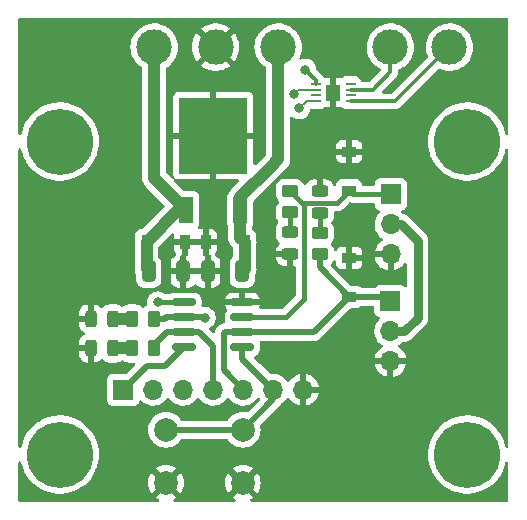
<source format=gbr>
%TF.GenerationSoftware,KiCad,Pcbnew,(6.99.0-228-g2fdbc41b8f)*%
%TF.CreationDate,2022-01-21T20:17:30+01:00*%
%TF.ProjectId,mob,6d6f622e-6b69-4636-9164-5f7063625858,rev?*%
%TF.SameCoordinates,Original*%
%TF.FileFunction,Copper,L1,Top*%
%TF.FilePolarity,Positive*%
%FSLAX46Y46*%
G04 Gerber Fmt 4.6, Leading zero omitted, Abs format (unit mm)*
G04 Created by KiCad (PCBNEW (6.99.0-228-g2fdbc41b8f)) date 2022-01-21 20:17:30*
%MOMM*%
%LPD*%
G01*
G04 APERTURE LIST*
G04 Aperture macros list*
%AMRoundRect*
0 Rectangle with rounded corners*
0 $1 Rounding radius*
0 $2 $3 $4 $5 $6 $7 $8 $9 X,Y pos of 4 corners*
0 Add a 4 corners polygon primitive as box body*
4,1,4,$2,$3,$4,$5,$6,$7,$8,$9,$2,$3,0*
0 Add four circle primitives for the rounded corners*
1,1,$1+$1,$2,$3*
1,1,$1+$1,$4,$5*
1,1,$1+$1,$6,$7*
1,1,$1+$1,$8,$9*
0 Add four rect primitives between the rounded corners*
20,1,$1+$1,$2,$3,$4,$5,0*
20,1,$1+$1,$4,$5,$6,$7,0*
20,1,$1+$1,$6,$7,$8,$9,0*
20,1,$1+$1,$8,$9,$2,$3,0*%
G04 Aperture macros list end*
%TA.AperFunction,ComponentPad*%
%ADD10C,2.000000*%
%TD*%
%TA.AperFunction,ComponentPad*%
%ADD11R,1.700000X1.700000*%
%TD*%
%TA.AperFunction,ComponentPad*%
%ADD12O,1.700000X1.700000*%
%TD*%
%TA.AperFunction,ComponentPad*%
%ADD13C,5.600000*%
%TD*%
%TA.AperFunction,ComponentPad*%
%ADD14C,3.000000*%
%TD*%
%TA.AperFunction,SMDPad,CuDef*%
%ADD15R,1.200000X2.200000*%
%TD*%
%TA.AperFunction,SMDPad,CuDef*%
%ADD16R,5.800000X6.400000*%
%TD*%
%TA.AperFunction,SMDPad,CuDef*%
%ADD17R,1.200000X0.900000*%
%TD*%
%TA.AperFunction,SMDPad,CuDef*%
%ADD18RoundRect,0.243750X0.456250X-0.243750X0.456250X0.243750X-0.456250X0.243750X-0.456250X-0.243750X0*%
%TD*%
%TA.AperFunction,SMDPad,CuDef*%
%ADD19RoundRect,0.243750X-0.456250X0.243750X-0.456250X-0.243750X0.456250X-0.243750X0.456250X0.243750X0*%
%TD*%
%TA.AperFunction,SMDPad,CuDef*%
%ADD20RoundRect,0.243750X-0.243750X-0.456250X0.243750X-0.456250X0.243750X0.456250X-0.243750X0.456250X0*%
%TD*%
%TA.AperFunction,SMDPad,CuDef*%
%ADD21R,0.900000X1.200000*%
%TD*%
%TA.AperFunction,SMDPad,CuDef*%
%ADD22RoundRect,0.250000X-0.325000X-0.650000X0.325000X-0.650000X0.325000X0.650000X-0.325000X0.650000X0*%
%TD*%
%TA.AperFunction,SMDPad,CuDef*%
%ADD23RoundRect,0.250000X-0.262500X-0.450000X0.262500X-0.450000X0.262500X0.450000X-0.262500X0.450000X0*%
%TD*%
%TA.AperFunction,SMDPad,CuDef*%
%ADD24RoundRect,0.062500X-0.325000X-0.062500X0.325000X-0.062500X0.325000X0.062500X-0.325000X0.062500X0*%
%TD*%
%TA.AperFunction,SMDPad,CuDef*%
%ADD25R,1.300000X1.400000*%
%TD*%
%TA.AperFunction,SMDPad,CuDef*%
%ADD26RoundRect,0.250000X0.450000X-0.262500X0.450000X0.262500X-0.450000X0.262500X-0.450000X-0.262500X0*%
%TD*%
%TA.AperFunction,SMDPad,CuDef*%
%ADD27RoundRect,0.250000X-0.450000X0.262500X-0.450000X-0.262500X0.450000X-0.262500X0.450000X0.262500X0*%
%TD*%
%TA.AperFunction,SMDPad,CuDef*%
%ADD28RoundRect,0.150000X0.825000X0.150000X-0.825000X0.150000X-0.825000X-0.150000X0.825000X-0.150000X0*%
%TD*%
%TA.AperFunction,SMDPad,CuDef*%
%ADD29RoundRect,0.250000X0.325000X0.650000X-0.325000X0.650000X-0.325000X-0.650000X0.325000X-0.650000X0*%
%TD*%
%TA.AperFunction,ViaPad*%
%ADD30C,0.800000*%
%TD*%
%TA.AperFunction,Conductor*%
%ADD31C,0.500000*%
%TD*%
%TA.AperFunction,Conductor*%
%ADD32C,0.400000*%
%TD*%
%TA.AperFunction,Conductor*%
%ADD33C,0.800000*%
%TD*%
%TA.AperFunction,Conductor*%
%ADD34C,1.000000*%
%TD*%
%TA.AperFunction,Conductor*%
%ADD35C,0.300000*%
%TD*%
%TA.AperFunction,Conductor*%
%ADD36C,0.200000*%
%TD*%
G04 APERTURE END LIST*
D10*
%TO.P,SW1,2,2*%
%TO.N,GND*%
X163000000Y-79900000D03*
%TO.P,SW1,1,1*%
%TO.N,RST*%
X163000000Y-75400000D03*
%TO.P,SW1,2,2*%
%TO.N,GND*%
X169500000Y-79900000D03*
%TO.P,SW1,1,1*%
%TO.N,RST*%
X169500000Y-75400000D03*
%TD*%
D11*
%TO.P,J8,1,Pin_1*%
%TO.N,+5V*%
X159375000Y-72000000D03*
D12*
%TO.P,J8,2,Pin_2*%
%TO.N,MOSI*%
X161915000Y-72000000D03*
%TO.P,J8,3,Pin_3*%
%TO.N,IGN1*%
X164455000Y-72000000D03*
%TO.P,J8,4,Pin_4*%
%TO.N,IGN2*%
X166995000Y-72000000D03*
%TO.P,J8,5,Pin_5*%
%TO.N,CLK*%
X169535000Y-72000000D03*
%TO.P,J8,6,Pin_6*%
%TO.N,RST*%
X172075000Y-72000000D03*
%TO.P,J8,7,Pin_7*%
%TO.N,GND*%
X174615000Y-72000000D03*
%TD*%
D13*
%TO.P,H4,1*%
%TO.N,N/C*%
X188500000Y-77500000D03*
%TD*%
%TO.P,H3,1*%
%TO.N,N/C*%
X154000000Y-77500000D03*
%TD*%
%TO.P,H2,1*%
%TO.N,N/C*%
X188500000Y-51000000D03*
%TD*%
%TO.P,H1,1*%
%TO.N,N/C*%
X154000000Y-51000000D03*
%TD*%
D14*
%TO.P,JGND1,1,Pin_1*%
%TO.N,GND*%
X167200000Y-43000000D03*
%TD*%
%TO.P,J12V1,1,Pin_1*%
%TO.N,+12V*%
X162000000Y-43000000D03*
%TD*%
%TO.P,J5V1,1,Pin_1*%
%TO.N,+5V*%
X172500000Y-43000000D03*
%TD*%
D15*
%TO.P,U3,1,IN*%
%TO.N,+12V*%
X164720000Y-56800000D03*
%TO.P,U3,3,OUT*%
%TO.N,+5V*%
X169280000Y-56800000D03*
D16*
%TO.P,U3,2,GND*%
%TO.N,GND*%
X167000000Y-50500000D03*
%TD*%
D17*
%TO.P,D8,1,K*%
%TO.N,IN2*%
X178500000Y-55150000D03*
%TO.P,D8,2,A*%
%TO.N,GND*%
X178500000Y-51850000D03*
%TD*%
D18*
%TO.P,D7,1,K*%
%TO.N,GND*%
X173500000Y-60550000D03*
%TO.P,D7,2,A*%
%TO.N,Net-(D7-A)*%
X173500000Y-58675000D03*
%TD*%
D19*
%TO.P,D6,1,K*%
%TO.N,GND*%
X176000000Y-55202500D03*
%TO.P,D6,2,A*%
%TO.N,Net-(D6-A)*%
X176000000Y-57077500D03*
%TD*%
D20*
%TO.P,D5,1,K*%
%TO.N,GND*%
X156625000Y-68500000D03*
%TO.P,D5,2,A*%
%TO.N,Net-(D5-A)*%
X158500000Y-68500000D03*
%TD*%
%TO.P,D4,1,K*%
%TO.N,GND*%
X156625000Y-66000000D03*
%TO.P,D4,2,A*%
%TO.N,Net-(D4-A)*%
X158500000Y-66000000D03*
%TD*%
D17*
%TO.P,D2,1,K*%
%TO.N,CLK*%
X178500000Y-64150000D03*
%TO.P,D2,2,A*%
%TO.N,GND*%
X178500000Y-60850000D03*
%TD*%
D21*
%TO.P,D3,1,K*%
%TO.N,+5V*%
X169650000Y-59500000D03*
%TO.P,D3,2,A*%
%TO.N,GND*%
X166350000Y-59500000D03*
%TD*%
%TO.P,D1,1,K*%
%TO.N,+12V*%
X161350000Y-59500000D03*
%TO.P,D1,2,A*%
%TO.N,GND*%
X164650000Y-59500000D03*
%TD*%
D22*
%TO.P,C2,1*%
%TO.N,GND*%
X166525000Y-62000000D03*
%TO.P,C2,2*%
%TO.N,+5V*%
X169475000Y-62000000D03*
%TD*%
D14*
%TO.P,J3,1,Pin_1*%
%TO.N,Net-(J3-Pin_1)*%
X182000000Y-43000000D03*
%TD*%
D11*
%TO.P,J2,1,Pin_1*%
%TO.N,IN2*%
X182025000Y-55475000D03*
D12*
%TO.P,J2,2,Pin_2*%
%TO.N,+5V*%
X182025000Y-58015000D03*
%TO.P,J2,3,Pin_3*%
%TO.N,GND*%
X182025000Y-60555000D03*
%TD*%
D23*
%TO.P,R3,1*%
%TO.N,Net-(D4-A)*%
X160150000Y-66000000D03*
%TO.P,R3,2*%
%TO.N,IGN1*%
X161975000Y-66000000D03*
%TD*%
D24*
%TO.P,U2,1,ENA*%
%TO.N,+12V*%
X175712500Y-46100000D03*
%TO.P,U2,2,INA*%
%TO.N,IGN1*%
X175712500Y-46600000D03*
%TO.P,U2,3,GND*%
%TO.N,GND*%
X175712500Y-47100000D03*
%TO.P,U2,4,INB*%
%TO.N,IGN2*%
X175712500Y-47600000D03*
%TO.P,U2,5,OUTB*%
%TO.N,Net-(J4-Pin_1)*%
X178637500Y-47600000D03*
%TO.P,U2,6,V+*%
%TO.N,+12V*%
X178637500Y-47100000D03*
%TO.P,U2,7,OUTA*%
%TO.N,Net-(J3-Pin_1)*%
X178637500Y-46600000D03*
%TO.P,U2,8,ENB*%
%TO.N,+12V*%
X178637500Y-46100000D03*
D25*
%TO.P,U2,9,GND*%
%TO.N,GND*%
X177175000Y-46850000D03*
%TD*%
D26*
%TO.P,R6,1*%
%TO.N,Net-(D7-A)*%
X173500000Y-57000000D03*
%TO.P,R6,2*%
%TO.N,IN2*%
X173500000Y-55175000D03*
%TD*%
D27*
%TO.P,R5,1*%
%TO.N,Net-(D6-A)*%
X176000000Y-58727500D03*
%TO.P,R5,2*%
%TO.N,CLK*%
X176000000Y-60552500D03*
%TD*%
D11*
%TO.P,J1,1,Pin_1*%
%TO.N,CLK*%
X182000000Y-64500000D03*
D12*
%TO.P,J1,2,Pin_2*%
%TO.N,+5V*%
X182000000Y-67040000D03*
%TO.P,J1,3,Pin_3*%
%TO.N,GND*%
X182000000Y-69580000D03*
%TD*%
D14*
%TO.P,J4,1,Pin_1*%
%TO.N,Net-(J4-Pin_1)*%
X187000000Y-43000000D03*
%TD*%
D23*
%TO.P,R4,1*%
%TO.N,Net-(D5-A)*%
X160150000Y-68500000D03*
%TO.P,R4,2*%
%TO.N,IGN2*%
X161975000Y-68500000D03*
%TD*%
D28*
%TO.P,U1,1,~{RESET}/PB5*%
%TO.N,RST*%
X169475000Y-68405000D03*
%TO.P,U1,2,PB3*%
%TO.N,CLK*%
X169475000Y-67135000D03*
%TO.P,U1,3,PB4*%
%TO.N,IN2*%
X169475000Y-65865000D03*
%TO.P,U1,4,GND*%
%TO.N,GND*%
X169475000Y-64595000D03*
%TO.P,U1,5,PB0*%
%TO.N,MOSI*%
X164525000Y-64595000D03*
%TO.P,U1,6,PB1*%
%TO.N,IGN1*%
X164525000Y-65865000D03*
%TO.P,U1,7,PB2*%
%TO.N,IGN2*%
X164525000Y-67135000D03*
%TO.P,U1,8,VCC*%
%TO.N,+5V*%
X164525000Y-68405000D03*
%TD*%
D29*
%TO.P,C1,1*%
%TO.N,GND*%
X164475000Y-62000000D03*
%TO.P,C1,2*%
%TO.N,+12V*%
X161525000Y-62000000D03*
%TD*%
D30*
%TO.N,+5V*%
X171849511Y-53149511D03*
X172500000Y-46900000D03*
%TO.N,+12V*%
X174800000Y-44900000D03*
%TO.N,IGN1*%
X173800000Y-47000000D03*
%TO.N,MOSI*%
X162300000Y-64600000D03*
%TO.N,IGN2*%
X174300000Y-48200000D03*
%TO.N,IGN1*%
X166295500Y-65900000D03*
%TD*%
D31*
%TO.N,RST*%
X169500000Y-75400000D02*
X163000000Y-75400000D01*
X172075000Y-72825000D02*
X169500000Y-75400000D01*
X172075000Y-72000000D02*
X172075000Y-72825000D01*
D32*
%TO.N,IN2*%
X174700000Y-56280960D02*
X174790480Y-56190480D01*
X174700000Y-64300000D02*
X174700000Y-56280960D01*
X169475000Y-65865000D02*
X173135000Y-65865000D01*
X173135000Y-65865000D02*
X174700000Y-64300000D01*
X174790480Y-56190480D02*
X177459520Y-56190480D01*
X174515480Y-56190480D02*
X174790480Y-56190480D01*
D33*
%TO.N,+5V*%
X184300000Y-65900000D02*
X184300000Y-59400000D01*
X183160000Y-67040000D02*
X184300000Y-65900000D01*
X182915000Y-58015000D02*
X182025000Y-58015000D01*
X182000000Y-67040000D02*
X183160000Y-67040000D01*
X184300000Y-59400000D02*
X182915000Y-58015000D01*
D34*
X171849511Y-53149511D02*
X169280000Y-55719022D01*
X172500000Y-52499022D02*
X171849511Y-53149511D01*
D35*
%TO.N,+12V*%
X175712500Y-45812500D02*
X174800000Y-44900000D01*
X175712500Y-46100000D02*
X175712500Y-45812500D01*
%TO.N,Net-(J4-Pin_1)*%
X178637500Y-47600000D02*
X182400000Y-47600000D01*
X182400000Y-47600000D02*
X187000000Y-43000000D01*
%TO.N,Net-(J3-Pin_1)*%
X182000000Y-45121320D02*
X182000000Y-43000000D01*
X180521320Y-46600000D02*
X182000000Y-45121320D01*
X178637500Y-46600000D02*
X180521320Y-46600000D01*
D36*
%TO.N,IGN1*%
X174200000Y-46600000D02*
X173800000Y-47000000D01*
X175712500Y-46600000D02*
X174200000Y-46600000D01*
D32*
%TO.N,MOSI*%
X164525000Y-64595000D02*
X162305000Y-64595000D01*
X162305000Y-64595000D02*
X162300000Y-64600000D01*
D31*
%TO.N,+5V*%
X162930000Y-70000000D02*
X164525000Y-68405000D01*
X161375000Y-70000000D02*
X162930000Y-70000000D01*
X159375000Y-72000000D02*
X161375000Y-70000000D01*
%TO.N,IGN1*%
X164525000Y-65865000D02*
X166260500Y-65865000D01*
X166260500Y-65865000D02*
X166295500Y-65900000D01*
D36*
%TO.N,IGN2*%
X174900000Y-47600000D02*
X174300000Y-48200000D01*
X175712500Y-47600000D02*
X174900000Y-47600000D01*
D32*
%TO.N,Net-(D6-A)*%
X176000000Y-57077500D02*
X176000000Y-58727500D01*
%TO.N,Net-(D7-A)*%
X173500000Y-57000000D02*
X173500000Y-58675000D01*
%TO.N,IN2*%
X178825000Y-55475000D02*
X178500000Y-55150000D01*
X182025000Y-55475000D02*
X178825000Y-55475000D01*
X177459520Y-56190480D02*
X178500000Y-55150000D01*
X173500000Y-55175000D02*
X174515480Y-56190480D01*
D31*
%TO.N,CLK*%
X176000000Y-61650000D02*
X178500000Y-64150000D01*
X176000000Y-60552500D02*
X176000000Y-61650000D01*
X175515000Y-67135000D02*
X178500000Y-64150000D01*
X169475000Y-67135000D02*
X175515000Y-67135000D01*
X181650000Y-64150000D02*
X182000000Y-64500000D01*
X178500000Y-64150000D02*
X181650000Y-64150000D01*
%TO.N,GND*%
X171305000Y-64595000D02*
X173500000Y-62400000D01*
X169475000Y-64595000D02*
X171305000Y-64595000D01*
X173500000Y-62400000D02*
X173500000Y-60550000D01*
%TO.N,CLK*%
X167900000Y-67200000D02*
X167965000Y-67135000D01*
X167965000Y-67135000D02*
X169475000Y-67135000D01*
X167900000Y-70365000D02*
X167900000Y-67200000D01*
X169535000Y-72000000D02*
X167900000Y-70365000D01*
%TO.N,RST*%
X169475000Y-69400000D02*
X172075000Y-72000000D01*
X169475000Y-68405000D02*
X169475000Y-69400000D01*
%TO.N,IGN2*%
X166995000Y-68295000D02*
X166995000Y-72000000D01*
X165835000Y-67135000D02*
X166995000Y-68295000D01*
X164525000Y-67135000D02*
X165835000Y-67135000D01*
X161975000Y-68225000D02*
X163065000Y-67135000D01*
X163065000Y-67135000D02*
X164525000Y-67135000D01*
X161975000Y-68500000D02*
X161975000Y-68225000D01*
%TO.N,IGN1*%
X162900000Y-66000000D02*
X163035000Y-65865000D01*
X163035000Y-65865000D02*
X164525000Y-65865000D01*
X161975000Y-66000000D02*
X162900000Y-66000000D01*
D34*
%TO.N,Net-(D5-A)*%
X158500000Y-68500000D02*
X160150000Y-68500000D01*
%TO.N,Net-(D4-A)*%
X158500000Y-66000000D02*
X160150000Y-66000000D01*
%TO.N,+12V*%
X164050000Y-56800000D02*
X161350000Y-59500000D01*
X164720000Y-56800000D02*
X164050000Y-56800000D01*
%TO.N,+5V*%
X169280000Y-59130000D02*
X169650000Y-59500000D01*
X169280000Y-56800000D02*
X169280000Y-59130000D01*
X169650000Y-61825000D02*
X169475000Y-62000000D01*
X169650000Y-59500000D02*
X169650000Y-61825000D01*
%TO.N,+12V*%
X161350000Y-59500000D02*
X161350000Y-61825000D01*
X161350000Y-61825000D02*
X161525000Y-62000000D01*
%TO.N,+5V*%
X172500000Y-43000000D02*
X172500000Y-52499022D01*
X169280000Y-55719022D02*
X169280000Y-56800000D01*
%TO.N,+12V*%
X162000000Y-54080000D02*
X164720000Y-56800000D01*
X162000000Y-43000000D02*
X162000000Y-54080000D01*
%TD*%
%TA.AperFunction,Conductor*%
%TO.N,GND*%
G36*
X191934121Y-40528002D02*
G01*
X191980614Y-40581658D01*
X191992000Y-40634000D01*
X191992000Y-50302279D01*
X191971998Y-50370400D01*
X191918342Y-50416893D01*
X191848068Y-50426997D01*
X191783488Y-50397503D01*
X191745104Y-50337777D01*
X191741656Y-50322641D01*
X191738801Y-50305209D01*
X191736066Y-50288505D01*
X191640297Y-49943173D01*
X191637243Y-49935497D01*
X191509052Y-49613369D01*
X191507793Y-49610205D01*
X191477768Y-49553498D01*
X191341702Y-49296513D01*
X191341698Y-49296506D01*
X191340103Y-49293494D01*
X191139190Y-48996746D01*
X191136695Y-48993803D01*
X190918862Y-48736944D01*
X190907403Y-48723432D01*
X190647454Y-48476750D01*
X190362384Y-48259585D01*
X190359472Y-48257828D01*
X190359467Y-48257825D01*
X190058443Y-48076236D01*
X190058437Y-48076233D01*
X190055528Y-48074478D01*
X189833211Y-47971281D01*
X189733571Y-47925030D01*
X189733569Y-47925029D01*
X189730475Y-47923593D01*
X189560752Y-47866145D01*
X189394255Y-47809789D01*
X189394250Y-47809788D01*
X189391028Y-47808697D01*
X189192681Y-47764724D01*
X189044493Y-47731871D01*
X189044487Y-47731870D01*
X189041158Y-47731132D01*
X189037769Y-47730758D01*
X189037764Y-47730757D01*
X188688338Y-47692180D01*
X188688333Y-47692180D01*
X188684957Y-47691807D01*
X188681558Y-47691801D01*
X188681557Y-47691801D01*
X188512080Y-47691505D01*
X188326592Y-47691182D01*
X188213413Y-47703277D01*
X187973639Y-47728901D01*
X187973631Y-47728902D01*
X187970256Y-47729263D01*
X187620117Y-47805606D01*
X187280271Y-47919317D01*
X187277178Y-47920739D01*
X187277177Y-47920740D01*
X187270974Y-47923593D01*
X186954694Y-48069066D01*
X186951760Y-48070822D01*
X186951758Y-48070823D01*
X186653075Y-48249581D01*
X186647193Y-48253101D01*
X186644467Y-48255163D01*
X186644465Y-48255164D01*
X186466276Y-48389928D01*
X186361367Y-48469270D01*
X186100559Y-48715043D01*
X185867819Y-48987546D01*
X185865900Y-48990358D01*
X185865897Y-48990363D01*
X185786246Y-49107128D01*
X185665871Y-49283591D01*
X185497077Y-49599714D01*
X185363411Y-49932218D01*
X185362491Y-49935492D01*
X185362489Y-49935497D01*
X185275211Y-50246000D01*
X185266437Y-50277213D01*
X185265875Y-50280570D01*
X185265875Y-50280571D01*
X185248315Y-50385509D01*
X185207290Y-50630663D01*
X185186661Y-50988434D01*
X185204792Y-51346340D01*
X185205329Y-51349695D01*
X185205330Y-51349701D01*
X185210316Y-51380828D01*
X185261470Y-51700195D01*
X185356033Y-52045859D01*
X185379594Y-52105671D01*
X185476423Y-52351486D01*
X185487374Y-52379288D01*
X185507490Y-52417604D01*
X185639101Y-52668285D01*
X185653957Y-52696582D01*
X185655858Y-52699411D01*
X185655864Y-52699421D01*
X185786048Y-52893153D01*
X185853834Y-52994029D01*
X186084665Y-53268150D01*
X186343751Y-53515738D01*
X186628061Y-53733897D01*
X186660056Y-53753350D01*
X186931355Y-53918303D01*
X186931360Y-53918306D01*
X186934270Y-53920075D01*
X186937358Y-53921521D01*
X186937357Y-53921521D01*
X187255710Y-54070649D01*
X187255720Y-54070653D01*
X187258794Y-54072093D01*
X187262012Y-54073195D01*
X187262015Y-54073196D01*
X187594615Y-54187071D01*
X187594623Y-54187073D01*
X187597838Y-54188174D01*
X187947435Y-54266959D01*
X187999728Y-54272917D01*
X188300114Y-54307142D01*
X188300122Y-54307142D01*
X188303497Y-54307527D01*
X188306901Y-54307545D01*
X188306904Y-54307545D01*
X188501227Y-54308562D01*
X188661857Y-54309403D01*
X188665243Y-54309053D01*
X188665245Y-54309053D01*
X189014932Y-54272917D01*
X189014941Y-54272916D01*
X189018324Y-54272566D01*
X189021657Y-54271852D01*
X189021660Y-54271851D01*
X189243814Y-54224225D01*
X189368727Y-54197446D01*
X189708968Y-54084922D01*
X190035066Y-53936311D01*
X190234991Y-53817604D01*
X190340262Y-53755099D01*
X190340267Y-53755096D01*
X190343207Y-53753350D01*
X190629786Y-53538180D01*
X190891451Y-53293319D01*
X191125140Y-53021630D01*
X191271964Y-52808000D01*
X191326190Y-52729101D01*
X191326195Y-52729094D01*
X191328120Y-52726292D01*
X191329732Y-52723298D01*
X191329737Y-52723290D01*
X191496395Y-52413772D01*
X191498017Y-52410760D01*
X191616816Y-52118192D01*
X191631562Y-52081877D01*
X191631564Y-52081872D01*
X191632842Y-52078724D01*
X191643142Y-52042568D01*
X191663527Y-51971006D01*
X191731020Y-51734070D01*
X191741801Y-51670999D01*
X191772995Y-51607223D01*
X191833717Y-51570435D01*
X191904689Y-51572316D01*
X191963377Y-51612269D01*
X191991149Y-51677608D01*
X191992000Y-51692229D01*
X191992000Y-76802279D01*
X191971998Y-76870400D01*
X191918342Y-76916893D01*
X191848068Y-76926997D01*
X191783488Y-76897503D01*
X191745104Y-76837777D01*
X191741656Y-76822641D01*
X191738801Y-76805209D01*
X191736066Y-76788505D01*
X191640297Y-76443173D01*
X191637243Y-76435497D01*
X191509052Y-76113369D01*
X191507793Y-76110205D01*
X191477768Y-76053498D01*
X191341702Y-75796513D01*
X191341698Y-75796506D01*
X191340103Y-75793494D01*
X191139190Y-75496746D01*
X191057144Y-75400000D01*
X191043506Y-75383919D01*
X190907403Y-75223432D01*
X190647454Y-74976750D01*
X190362384Y-74759585D01*
X190359472Y-74757828D01*
X190359467Y-74757825D01*
X190058443Y-74576236D01*
X190058437Y-74576233D01*
X190055528Y-74574478D01*
X189730475Y-74423593D01*
X189454057Y-74330031D01*
X189394255Y-74309789D01*
X189394250Y-74309788D01*
X189391028Y-74308697D01*
X189192681Y-74264724D01*
X189044493Y-74231871D01*
X189044487Y-74231870D01*
X189041158Y-74231132D01*
X189037769Y-74230758D01*
X189037764Y-74230757D01*
X188688338Y-74192180D01*
X188688333Y-74192180D01*
X188684957Y-74191807D01*
X188681558Y-74191801D01*
X188681557Y-74191801D01*
X188512080Y-74191505D01*
X188326592Y-74191182D01*
X188213413Y-74203277D01*
X187973639Y-74228901D01*
X187973631Y-74228902D01*
X187970256Y-74229263D01*
X187620117Y-74305606D01*
X187280271Y-74419317D01*
X187277178Y-74420739D01*
X187277177Y-74420740D01*
X187270974Y-74423593D01*
X186954694Y-74569066D01*
X186951760Y-74570822D01*
X186951758Y-74570823D01*
X186706493Y-74717611D01*
X186647193Y-74753101D01*
X186644467Y-74755163D01*
X186644465Y-74755164D01*
X186410110Y-74932406D01*
X186361367Y-74969270D01*
X186358882Y-74971612D01*
X186358877Y-74971616D01*
X186313911Y-75013990D01*
X186100559Y-75215043D01*
X185867819Y-75487546D01*
X185865900Y-75490358D01*
X185865897Y-75490363D01*
X185772624Y-75627097D01*
X185665871Y-75783591D01*
X185497077Y-76099714D01*
X185363411Y-76432218D01*
X185362491Y-76435492D01*
X185362489Y-76435497D01*
X185275308Y-76745654D01*
X185266437Y-76777213D01*
X185265875Y-76780570D01*
X185265875Y-76780571D01*
X185243687Y-76913165D01*
X185207290Y-77130663D01*
X185186661Y-77488434D01*
X185204792Y-77846340D01*
X185205329Y-77849695D01*
X185205330Y-77849701D01*
X185210316Y-77880828D01*
X185261470Y-78200195D01*
X185356033Y-78545859D01*
X185487374Y-78879288D01*
X185518151Y-78937909D01*
X185571183Y-79038920D01*
X185653957Y-79196582D01*
X185655858Y-79199411D01*
X185655864Y-79199421D01*
X185839569Y-79472800D01*
X185853834Y-79494029D01*
X186084665Y-79768150D01*
X186343751Y-80015738D01*
X186628061Y-80233897D01*
X186660056Y-80253350D01*
X186931355Y-80418303D01*
X186931360Y-80418306D01*
X186934270Y-80420075D01*
X186937358Y-80421521D01*
X186937357Y-80421521D01*
X187255710Y-80570649D01*
X187255720Y-80570653D01*
X187258794Y-80572093D01*
X187262012Y-80573195D01*
X187262015Y-80573196D01*
X187594615Y-80687071D01*
X187594623Y-80687073D01*
X187597838Y-80688174D01*
X187947435Y-80766959D01*
X187999728Y-80772917D01*
X188300114Y-80807142D01*
X188300122Y-80807142D01*
X188303497Y-80807527D01*
X188306901Y-80807545D01*
X188306904Y-80807545D01*
X188501227Y-80808562D01*
X188661857Y-80809403D01*
X188665243Y-80809053D01*
X188665245Y-80809053D01*
X189014932Y-80772917D01*
X189014941Y-80772916D01*
X189018324Y-80772566D01*
X189021657Y-80771852D01*
X189021660Y-80771851D01*
X189194186Y-80734864D01*
X189368727Y-80697446D01*
X189708968Y-80584922D01*
X190035066Y-80436311D01*
X190311760Y-80272022D01*
X190340262Y-80255099D01*
X190340267Y-80255096D01*
X190343207Y-80253350D01*
X190629786Y-80038180D01*
X190891451Y-79793319D01*
X191113131Y-79535592D01*
X191122914Y-79524218D01*
X191125140Y-79521630D01*
X191231750Y-79366512D01*
X191326190Y-79229101D01*
X191326195Y-79229094D01*
X191328120Y-79226292D01*
X191329732Y-79223298D01*
X191329737Y-79223290D01*
X191496395Y-78913772D01*
X191498017Y-78910760D01*
X191632842Y-78578724D01*
X191639659Y-78554795D01*
X191687250Y-78387725D01*
X191731020Y-78234070D01*
X191741801Y-78170999D01*
X191772995Y-78107223D01*
X191833717Y-78070435D01*
X191904689Y-78072316D01*
X191963377Y-78112269D01*
X191991149Y-78177608D01*
X191992000Y-78192229D01*
X191992000Y-81366000D01*
X191971998Y-81434121D01*
X191918342Y-81480614D01*
X191866000Y-81492000D01*
X170230612Y-81492000D01*
X170162491Y-81471998D01*
X170115998Y-81418342D01*
X170105894Y-81348068D01*
X170135388Y-81283488D01*
X170178122Y-81252672D01*
X170177747Y-81251937D01*
X170190958Y-81245205D01*
X170358445Y-81142568D01*
X170367907Y-81132110D01*
X170364124Y-81123334D01*
X169512812Y-80272022D01*
X169498868Y-80264408D01*
X169497035Y-80264539D01*
X169490420Y-80268790D01*
X168638920Y-81120290D01*
X168632160Y-81132670D01*
X168637887Y-81140320D01*
X168809042Y-81245205D01*
X168822253Y-81251937D01*
X168821748Y-81252929D01*
X168872886Y-81294137D01*
X168895308Y-81361500D01*
X168877751Y-81430292D01*
X168825790Y-81478671D01*
X168769388Y-81492000D01*
X163730612Y-81492000D01*
X163662491Y-81471998D01*
X163615998Y-81418342D01*
X163605894Y-81348068D01*
X163635388Y-81283488D01*
X163678122Y-81252672D01*
X163677747Y-81251937D01*
X163690958Y-81245205D01*
X163858445Y-81142568D01*
X163867907Y-81132110D01*
X163864124Y-81123334D01*
X163012812Y-80272022D01*
X162998868Y-80264408D01*
X162997035Y-80264539D01*
X162990420Y-80268790D01*
X162138920Y-81120290D01*
X162132160Y-81132670D01*
X162137887Y-81140320D01*
X162309042Y-81245205D01*
X162322253Y-81251937D01*
X162321748Y-81252929D01*
X162372886Y-81294137D01*
X162395308Y-81361500D01*
X162377751Y-81430292D01*
X162325790Y-81478671D01*
X162269388Y-81492000D01*
X150634000Y-81492000D01*
X150565879Y-81471998D01*
X150519386Y-81418342D01*
X150508000Y-81366000D01*
X150508000Y-78201044D01*
X150528002Y-78132923D01*
X150581658Y-78086430D01*
X150651932Y-78076326D01*
X150716512Y-78105820D01*
X150754896Y-78165546D01*
X150758414Y-78181116D01*
X150761470Y-78200195D01*
X150856033Y-78545859D01*
X150987374Y-78879288D01*
X151018151Y-78937909D01*
X151071183Y-79038920D01*
X151153957Y-79196582D01*
X151155858Y-79199411D01*
X151155864Y-79199421D01*
X151339569Y-79472800D01*
X151353834Y-79494029D01*
X151584665Y-79768150D01*
X151843751Y-80015738D01*
X152128061Y-80233897D01*
X152160056Y-80253350D01*
X152431355Y-80418303D01*
X152431360Y-80418306D01*
X152434270Y-80420075D01*
X152437358Y-80421521D01*
X152437357Y-80421521D01*
X152755710Y-80570649D01*
X152755720Y-80570653D01*
X152758794Y-80572093D01*
X152762012Y-80573195D01*
X152762015Y-80573196D01*
X153094615Y-80687071D01*
X153094623Y-80687073D01*
X153097838Y-80688174D01*
X153447435Y-80766959D01*
X153499728Y-80772917D01*
X153800114Y-80807142D01*
X153800122Y-80807142D01*
X153803497Y-80807527D01*
X153806901Y-80807545D01*
X153806904Y-80807545D01*
X154001227Y-80808562D01*
X154161857Y-80809403D01*
X154165243Y-80809053D01*
X154165245Y-80809053D01*
X154514932Y-80772917D01*
X154514941Y-80772916D01*
X154518324Y-80772566D01*
X154521657Y-80771852D01*
X154521660Y-80771851D01*
X154694186Y-80734864D01*
X154868727Y-80697446D01*
X155208968Y-80584922D01*
X155535066Y-80436311D01*
X155811760Y-80272022D01*
X155840262Y-80255099D01*
X155840267Y-80255096D01*
X155843207Y-80253350D01*
X156129786Y-80038180D01*
X156272181Y-79904930D01*
X161487725Y-79904930D01*
X161505572Y-80131699D01*
X161507115Y-80141446D01*
X161560217Y-80362627D01*
X161563266Y-80372012D01*
X161650313Y-80582163D01*
X161654795Y-80590958D01*
X161757432Y-80758445D01*
X161767890Y-80767907D01*
X161776666Y-80764124D01*
X162627978Y-79912812D01*
X162634356Y-79901132D01*
X163364408Y-79901132D01*
X163364539Y-79902965D01*
X163368790Y-79909580D01*
X164220290Y-80761080D01*
X164232670Y-80767840D01*
X164240320Y-80762113D01*
X164345205Y-80590958D01*
X164349687Y-80582163D01*
X164436734Y-80372012D01*
X164439783Y-80362627D01*
X164492885Y-80141446D01*
X164494428Y-80131699D01*
X164512275Y-79904930D01*
X167987725Y-79904930D01*
X168005572Y-80131699D01*
X168007115Y-80141446D01*
X168060217Y-80362627D01*
X168063266Y-80372012D01*
X168150313Y-80582163D01*
X168154795Y-80590958D01*
X168257432Y-80758445D01*
X168267890Y-80767907D01*
X168276666Y-80764124D01*
X169127978Y-79912812D01*
X169134356Y-79901132D01*
X169864408Y-79901132D01*
X169864539Y-79902965D01*
X169868790Y-79909580D01*
X170720290Y-80761080D01*
X170732670Y-80767840D01*
X170740320Y-80762113D01*
X170845205Y-80590958D01*
X170849687Y-80582163D01*
X170936734Y-80372012D01*
X170939783Y-80362627D01*
X170992885Y-80141446D01*
X170994428Y-80131699D01*
X171012275Y-79904930D01*
X171012275Y-79895070D01*
X170994428Y-79668301D01*
X170992885Y-79658554D01*
X170939783Y-79437373D01*
X170936734Y-79427988D01*
X170849687Y-79217837D01*
X170845205Y-79209042D01*
X170742568Y-79041555D01*
X170732110Y-79032093D01*
X170723334Y-79035876D01*
X169872022Y-79887188D01*
X169864408Y-79901132D01*
X169134356Y-79901132D01*
X169135592Y-79898868D01*
X169135461Y-79897035D01*
X169131210Y-79890420D01*
X168279710Y-79038920D01*
X168267330Y-79032160D01*
X168259680Y-79037887D01*
X168154795Y-79209042D01*
X168150313Y-79217837D01*
X168063266Y-79427988D01*
X168060217Y-79437373D01*
X168007115Y-79658554D01*
X168005572Y-79668301D01*
X167987725Y-79895070D01*
X167987725Y-79904930D01*
X164512275Y-79904930D01*
X164512275Y-79895070D01*
X164494428Y-79668301D01*
X164492885Y-79658554D01*
X164439783Y-79437373D01*
X164436734Y-79427988D01*
X164349687Y-79217837D01*
X164345205Y-79209042D01*
X164242568Y-79041555D01*
X164232110Y-79032093D01*
X164223334Y-79035876D01*
X163372022Y-79887188D01*
X163364408Y-79901132D01*
X162634356Y-79901132D01*
X162635592Y-79898868D01*
X162635461Y-79897035D01*
X162631210Y-79890420D01*
X161779710Y-79038920D01*
X161767330Y-79032160D01*
X161759680Y-79037887D01*
X161654795Y-79209042D01*
X161650313Y-79217837D01*
X161563266Y-79427988D01*
X161560217Y-79437373D01*
X161507115Y-79658554D01*
X161505572Y-79668301D01*
X161487725Y-79895070D01*
X161487725Y-79904930D01*
X156272181Y-79904930D01*
X156391451Y-79793319D01*
X156613131Y-79535592D01*
X156622914Y-79524218D01*
X156625140Y-79521630D01*
X156731750Y-79366512D01*
X156826190Y-79229101D01*
X156826195Y-79229094D01*
X156828120Y-79226292D01*
X156829732Y-79223298D01*
X156829737Y-79223290D01*
X156996395Y-78913772D01*
X156998017Y-78910760D01*
X157096636Y-78667890D01*
X162132093Y-78667890D01*
X162135876Y-78676666D01*
X162987188Y-79527978D01*
X163001132Y-79535592D01*
X163002965Y-79535461D01*
X163009580Y-79531210D01*
X163861080Y-78679710D01*
X163867534Y-78667890D01*
X168632093Y-78667890D01*
X168635876Y-78676666D01*
X169487188Y-79527978D01*
X169501132Y-79535592D01*
X169502965Y-79535461D01*
X169509580Y-79531210D01*
X170361080Y-78679710D01*
X170367840Y-78667330D01*
X170362113Y-78659680D01*
X170190958Y-78554795D01*
X170182163Y-78550313D01*
X169972012Y-78463266D01*
X169962627Y-78460217D01*
X169741446Y-78407115D01*
X169731699Y-78405572D01*
X169504930Y-78387725D01*
X169495070Y-78387725D01*
X169268301Y-78405572D01*
X169258554Y-78407115D01*
X169037373Y-78460217D01*
X169027988Y-78463266D01*
X168817837Y-78550313D01*
X168809042Y-78554795D01*
X168641555Y-78657432D01*
X168632093Y-78667890D01*
X163867534Y-78667890D01*
X163867840Y-78667330D01*
X163862113Y-78659680D01*
X163690958Y-78554795D01*
X163682163Y-78550313D01*
X163472012Y-78463266D01*
X163462627Y-78460217D01*
X163241446Y-78407115D01*
X163231699Y-78405572D01*
X163004930Y-78387725D01*
X162995070Y-78387725D01*
X162768301Y-78405572D01*
X162758554Y-78407115D01*
X162537373Y-78460217D01*
X162527988Y-78463266D01*
X162317837Y-78550313D01*
X162309042Y-78554795D01*
X162141555Y-78657432D01*
X162132093Y-78667890D01*
X157096636Y-78667890D01*
X157132842Y-78578724D01*
X157139659Y-78554795D01*
X157187250Y-78387725D01*
X157231020Y-78234070D01*
X157251840Y-78112269D01*
X157290829Y-77884175D01*
X157290829Y-77884173D01*
X157291401Y-77880828D01*
X157293511Y-77846340D01*
X157313168Y-77524928D01*
X157313278Y-77523131D01*
X157313359Y-77500000D01*
X157293979Y-77142159D01*
X157236066Y-76788505D01*
X157140297Y-76443173D01*
X157137243Y-76435497D01*
X157009052Y-76113369D01*
X157007793Y-76110205D01*
X156977768Y-76053498D01*
X156841702Y-75796513D01*
X156841698Y-75796506D01*
X156840103Y-75793494D01*
X156639190Y-75496746D01*
X156557144Y-75400000D01*
X156543506Y-75383919D01*
X156407403Y-75223432D01*
X156147454Y-74976750D01*
X155862384Y-74759585D01*
X155859472Y-74757828D01*
X155859467Y-74757825D01*
X155558443Y-74576236D01*
X155558437Y-74576233D01*
X155555528Y-74574478D01*
X155230475Y-74423593D01*
X154954057Y-74330031D01*
X154894255Y-74309789D01*
X154894250Y-74309788D01*
X154891028Y-74308697D01*
X154692681Y-74264724D01*
X154544493Y-74231871D01*
X154544487Y-74231870D01*
X154541158Y-74231132D01*
X154537769Y-74230758D01*
X154537764Y-74230757D01*
X154188338Y-74192180D01*
X154188333Y-74192180D01*
X154184957Y-74191807D01*
X154181558Y-74191801D01*
X154181557Y-74191801D01*
X154012080Y-74191505D01*
X153826592Y-74191182D01*
X153713413Y-74203277D01*
X153473639Y-74228901D01*
X153473631Y-74228902D01*
X153470256Y-74229263D01*
X153120117Y-74305606D01*
X152780271Y-74419317D01*
X152777178Y-74420739D01*
X152777177Y-74420740D01*
X152770974Y-74423593D01*
X152454694Y-74569066D01*
X152451760Y-74570822D01*
X152451758Y-74570823D01*
X152206493Y-74717611D01*
X152147193Y-74753101D01*
X152144467Y-74755163D01*
X152144465Y-74755164D01*
X151910110Y-74932406D01*
X151861367Y-74969270D01*
X151858882Y-74971612D01*
X151858877Y-74971616D01*
X151813911Y-75013990D01*
X151600559Y-75215043D01*
X151367819Y-75487546D01*
X151365900Y-75490358D01*
X151365897Y-75490363D01*
X151272624Y-75627097D01*
X151165871Y-75783591D01*
X150997077Y-76099714D01*
X150863411Y-76432218D01*
X150862491Y-76435492D01*
X150862489Y-76435497D01*
X150775308Y-76745654D01*
X150766437Y-76777213D01*
X150765875Y-76780570D01*
X150765875Y-76780571D01*
X150758272Y-76826005D01*
X150727301Y-76889890D01*
X150666708Y-76926890D01*
X150595730Y-76925256D01*
X150536903Y-76885509D01*
X150508903Y-76820267D01*
X150508000Y-76805209D01*
X150508000Y-69002933D01*
X155629501Y-69002933D01*
X155629838Y-69009452D01*
X155639666Y-69104170D01*
X155642558Y-69117564D01*
X155693536Y-69270365D01*
X155699710Y-69283543D01*
X155784244Y-69420149D01*
X155793280Y-69431550D01*
X155906979Y-69545051D01*
X155918390Y-69554063D01*
X156055154Y-69638365D01*
X156068332Y-69644509D01*
X156221240Y-69695227D01*
X156234606Y-69698093D01*
X156328101Y-69707672D01*
X156334516Y-69708000D01*
X156352885Y-69708000D01*
X156368124Y-69703525D01*
X156369329Y-69702135D01*
X156371000Y-69694452D01*
X156371000Y-68772115D01*
X156366525Y-68756876D01*
X156365135Y-68755671D01*
X156357452Y-68754000D01*
X155647616Y-68754000D01*
X155632377Y-68758475D01*
X155631172Y-68759865D01*
X155629501Y-68767548D01*
X155629501Y-69002933D01*
X150508000Y-69002933D01*
X150508000Y-68227885D01*
X155629500Y-68227885D01*
X155633975Y-68243124D01*
X155635365Y-68244329D01*
X155643048Y-68246000D01*
X156753000Y-68246000D01*
X156821121Y-68266002D01*
X156867614Y-68319658D01*
X156879000Y-68372000D01*
X156879000Y-69689884D01*
X156883475Y-69705123D01*
X156884865Y-69706328D01*
X156892548Y-69707999D01*
X156915433Y-69707999D01*
X156921952Y-69707662D01*
X157016670Y-69697834D01*
X157030064Y-69694942D01*
X157182865Y-69643964D01*
X157196043Y-69637790D01*
X157332649Y-69553256D01*
X157344050Y-69544220D01*
X157457551Y-69430521D01*
X157463294Y-69423249D01*
X157521211Y-69382186D01*
X157592134Y-69378954D01*
X157653546Y-69414579D01*
X157659340Y-69421254D01*
X157662703Y-69426689D01*
X157786847Y-69550617D01*
X157936171Y-69642661D01*
X157943119Y-69644966D01*
X157943120Y-69644966D01*
X158096134Y-69695719D01*
X158096136Y-69695719D01*
X158102665Y-69697885D01*
X158206269Y-69708500D01*
X158497734Y-69708500D01*
X158793730Y-69708499D01*
X158898629Y-69697616D01*
X158905160Y-69695437D01*
X158905165Y-69695436D01*
X159058078Y-69644420D01*
X159065026Y-69642102D01*
X159214189Y-69549797D01*
X159219362Y-69544615D01*
X159225099Y-69540068D01*
X159226096Y-69541325D01*
X159280772Y-69511404D01*
X159307669Y-69508500D01*
X159321194Y-69508500D01*
X159389315Y-69528502D01*
X159403202Y-69539683D01*
X159403271Y-69539596D01*
X159409017Y-69544134D01*
X159414197Y-69549305D01*
X159420427Y-69553145D01*
X159420428Y-69553146D01*
X159557746Y-69637790D01*
X159564762Y-69642115D01*
X159644505Y-69668564D01*
X159726111Y-69695632D01*
X159726113Y-69695632D01*
X159732639Y-69697797D01*
X159739475Y-69698497D01*
X159739478Y-69698498D01*
X159782531Y-69702909D01*
X159837100Y-69708500D01*
X160289629Y-69708500D01*
X160357750Y-69728502D01*
X160404243Y-69782158D01*
X160414347Y-69852432D01*
X160384853Y-69917012D01*
X160378724Y-69923595D01*
X159697724Y-70604595D01*
X159635412Y-70638621D01*
X159608629Y-70641500D01*
X158476866Y-70641500D01*
X158414684Y-70648255D01*
X158278295Y-70699385D01*
X158161739Y-70786739D01*
X158074385Y-70903295D01*
X158023255Y-71039684D01*
X158016500Y-71101866D01*
X158016500Y-72898134D01*
X158023255Y-72960316D01*
X158074385Y-73096705D01*
X158161739Y-73213261D01*
X158278295Y-73300615D01*
X158414684Y-73351745D01*
X158476866Y-73358500D01*
X160273134Y-73358500D01*
X160335316Y-73351745D01*
X160471705Y-73300615D01*
X160588261Y-73213261D01*
X160675615Y-73096705D01*
X160697799Y-73037529D01*
X160719598Y-72979382D01*
X160762240Y-72922618D01*
X160828802Y-72897918D01*
X160898150Y-72913126D01*
X160932817Y-72941114D01*
X160961250Y-72973938D01*
X161133126Y-73116632D01*
X161326000Y-73229338D01*
X161330825Y-73231180D01*
X161330826Y-73231181D01*
X161376743Y-73248715D01*
X161534692Y-73309030D01*
X161539760Y-73310061D01*
X161539763Y-73310062D01*
X161623700Y-73327139D01*
X161753597Y-73353567D01*
X161758772Y-73353757D01*
X161758774Y-73353757D01*
X161971673Y-73361564D01*
X161971677Y-73361564D01*
X161976837Y-73361753D01*
X161981957Y-73361097D01*
X161981959Y-73361097D01*
X162193288Y-73334025D01*
X162193289Y-73334025D01*
X162198416Y-73333368D01*
X162203366Y-73331883D01*
X162407429Y-73270661D01*
X162407434Y-73270659D01*
X162412384Y-73269174D01*
X162612994Y-73170896D01*
X162794860Y-73041173D01*
X162953096Y-72883489D01*
X162999994Y-72818224D01*
X163083453Y-72702077D01*
X163084776Y-72703028D01*
X163131645Y-72659857D01*
X163201580Y-72647625D01*
X163267026Y-72675144D01*
X163294875Y-72706994D01*
X163354987Y-72805088D01*
X163501250Y-72973938D01*
X163673126Y-73116632D01*
X163866000Y-73229338D01*
X163870825Y-73231180D01*
X163870826Y-73231181D01*
X163916743Y-73248715D01*
X164074692Y-73309030D01*
X164079760Y-73310061D01*
X164079763Y-73310062D01*
X164163700Y-73327139D01*
X164293597Y-73353567D01*
X164298772Y-73353757D01*
X164298774Y-73353757D01*
X164511673Y-73361564D01*
X164511677Y-73361564D01*
X164516837Y-73361753D01*
X164521957Y-73361097D01*
X164521959Y-73361097D01*
X164733288Y-73334025D01*
X164733289Y-73334025D01*
X164738416Y-73333368D01*
X164743366Y-73331883D01*
X164947429Y-73270661D01*
X164947434Y-73270659D01*
X164952384Y-73269174D01*
X165152994Y-73170896D01*
X165334860Y-73041173D01*
X165493096Y-72883489D01*
X165539994Y-72818224D01*
X165623453Y-72702077D01*
X165624776Y-72703028D01*
X165671645Y-72659857D01*
X165741580Y-72647625D01*
X165807026Y-72675144D01*
X165834875Y-72706994D01*
X165894987Y-72805088D01*
X166041250Y-72973938D01*
X166213126Y-73116632D01*
X166406000Y-73229338D01*
X166410825Y-73231180D01*
X166410826Y-73231181D01*
X166456743Y-73248715D01*
X166614692Y-73309030D01*
X166619760Y-73310061D01*
X166619763Y-73310062D01*
X166703700Y-73327139D01*
X166833597Y-73353567D01*
X166838772Y-73353757D01*
X166838774Y-73353757D01*
X167051673Y-73361564D01*
X167051677Y-73361564D01*
X167056837Y-73361753D01*
X167061957Y-73361097D01*
X167061959Y-73361097D01*
X167273288Y-73334025D01*
X167273289Y-73334025D01*
X167278416Y-73333368D01*
X167283366Y-73331883D01*
X167487429Y-73270661D01*
X167487434Y-73270659D01*
X167492384Y-73269174D01*
X167692994Y-73170896D01*
X167874860Y-73041173D01*
X168033096Y-72883489D01*
X168079994Y-72818224D01*
X168163453Y-72702077D01*
X168164776Y-72703028D01*
X168211645Y-72659857D01*
X168281580Y-72647625D01*
X168347026Y-72675144D01*
X168374875Y-72706994D01*
X168434987Y-72805088D01*
X168581250Y-72973938D01*
X168753126Y-73116632D01*
X168946000Y-73229338D01*
X168950825Y-73231180D01*
X168950826Y-73231181D01*
X168996743Y-73248715D01*
X169154692Y-73309030D01*
X169159760Y-73310061D01*
X169159763Y-73310062D01*
X169243700Y-73327139D01*
X169373597Y-73353567D01*
X169378772Y-73353757D01*
X169378774Y-73353757D01*
X169591673Y-73361564D01*
X169591677Y-73361564D01*
X169596837Y-73361753D01*
X169601957Y-73361097D01*
X169601959Y-73361097D01*
X169813288Y-73334025D01*
X169813289Y-73334025D01*
X169818416Y-73333368D01*
X169823366Y-73331883D01*
X170027429Y-73270661D01*
X170027434Y-73270659D01*
X170032384Y-73269174D01*
X170232994Y-73170896D01*
X170414860Y-73041173D01*
X170573096Y-72883489D01*
X170619994Y-72818224D01*
X170703453Y-72702077D01*
X170704776Y-72703028D01*
X170751645Y-72659857D01*
X170821580Y-72647625D01*
X170887026Y-72675144D01*
X170914875Y-72706995D01*
X170941038Y-72749690D01*
X170959576Y-72818224D01*
X170938119Y-72885900D01*
X170922700Y-72904619D01*
X169935907Y-73891412D01*
X169873595Y-73925438D01*
X169817398Y-73924836D01*
X169741524Y-73906620D01*
X169741518Y-73906619D01*
X169736711Y-73905465D01*
X169500000Y-73886835D01*
X169263289Y-73905465D01*
X169258482Y-73906619D01*
X169258476Y-73906620D01*
X169113988Y-73941309D01*
X169032406Y-73960895D01*
X169027835Y-73962788D01*
X169027833Y-73962789D01*
X168817611Y-74049865D01*
X168817607Y-74049867D01*
X168813037Y-74051760D01*
X168808817Y-74054346D01*
X168614798Y-74173241D01*
X168614792Y-74173245D01*
X168610584Y-74175824D01*
X168430031Y-74330031D01*
X168275824Y-74510584D01*
X168235592Y-74576236D01*
X168232467Y-74581336D01*
X168179819Y-74628967D01*
X168125035Y-74641500D01*
X164374965Y-74641500D01*
X164306844Y-74621498D01*
X164267533Y-74581336D01*
X164264408Y-74576236D01*
X164224176Y-74510584D01*
X164069969Y-74330031D01*
X163889416Y-74175824D01*
X163885208Y-74173245D01*
X163885202Y-74173241D01*
X163691183Y-74054346D01*
X163686963Y-74051760D01*
X163682393Y-74049867D01*
X163682389Y-74049865D01*
X163472167Y-73962789D01*
X163472165Y-73962788D01*
X163467594Y-73960895D01*
X163386012Y-73941309D01*
X163241524Y-73906620D01*
X163241518Y-73906619D01*
X163236711Y-73905465D01*
X163000000Y-73886835D01*
X162763289Y-73905465D01*
X162758482Y-73906619D01*
X162758476Y-73906620D01*
X162613988Y-73941309D01*
X162532406Y-73960895D01*
X162527835Y-73962788D01*
X162527833Y-73962789D01*
X162317611Y-74049865D01*
X162317607Y-74049867D01*
X162313037Y-74051760D01*
X162308817Y-74054346D01*
X162114798Y-74173241D01*
X162114792Y-74173245D01*
X162110584Y-74175824D01*
X161930031Y-74330031D01*
X161775824Y-74510584D01*
X161773245Y-74514792D01*
X161773241Y-74514798D01*
X161707855Y-74621498D01*
X161651760Y-74713037D01*
X161649867Y-74717607D01*
X161649865Y-74717611D01*
X161633208Y-74757825D01*
X161560895Y-74932406D01*
X161505465Y-75163289D01*
X161486835Y-75400000D01*
X161505465Y-75636711D01*
X161560895Y-75867594D01*
X161651760Y-76086963D01*
X161654346Y-76091183D01*
X161773241Y-76285202D01*
X161773245Y-76285208D01*
X161775824Y-76289416D01*
X161930031Y-76469969D01*
X162110584Y-76624176D01*
X162114792Y-76626755D01*
X162114798Y-76626759D01*
X162308817Y-76745654D01*
X162313037Y-76748240D01*
X162317607Y-76750133D01*
X162317611Y-76750135D01*
X162527833Y-76837211D01*
X162532406Y-76839105D01*
X162612609Y-76858360D01*
X162758476Y-76893380D01*
X162758482Y-76893381D01*
X162763289Y-76894535D01*
X163000000Y-76913165D01*
X163236711Y-76894535D01*
X163241518Y-76893381D01*
X163241524Y-76893380D01*
X163387391Y-76858360D01*
X163467594Y-76839105D01*
X163472167Y-76837211D01*
X163682389Y-76750135D01*
X163682393Y-76750133D01*
X163686963Y-76748240D01*
X163691183Y-76745654D01*
X163885202Y-76626759D01*
X163885208Y-76626755D01*
X163889416Y-76624176D01*
X164069969Y-76469969D01*
X164090043Y-76446466D01*
X164220963Y-76293178D01*
X164224176Y-76289416D01*
X164267533Y-76218664D01*
X164320181Y-76171033D01*
X164374965Y-76158500D01*
X168125035Y-76158500D01*
X168193156Y-76178502D01*
X168232466Y-76218663D01*
X168275824Y-76289416D01*
X168279037Y-76293178D01*
X168409958Y-76446466D01*
X168430031Y-76469969D01*
X168610584Y-76624176D01*
X168614792Y-76626755D01*
X168614798Y-76626759D01*
X168808817Y-76745654D01*
X168813037Y-76748240D01*
X168817607Y-76750133D01*
X168817611Y-76750135D01*
X169027833Y-76837211D01*
X169032406Y-76839105D01*
X169112609Y-76858360D01*
X169258476Y-76893380D01*
X169258482Y-76893381D01*
X169263289Y-76894535D01*
X169500000Y-76913165D01*
X169736711Y-76894535D01*
X169741518Y-76893381D01*
X169741524Y-76893380D01*
X169887391Y-76858360D01*
X169967594Y-76839105D01*
X169972167Y-76837211D01*
X170182389Y-76750135D01*
X170182393Y-76750133D01*
X170186963Y-76748240D01*
X170191183Y-76745654D01*
X170385202Y-76626759D01*
X170385208Y-76626755D01*
X170389416Y-76624176D01*
X170569969Y-76469969D01*
X170724176Y-76289416D01*
X170726755Y-76285208D01*
X170726759Y-76285202D01*
X170845654Y-76091183D01*
X170848240Y-76086963D01*
X170939105Y-75867594D01*
X170994535Y-75636711D01*
X171013165Y-75400000D01*
X170994535Y-75163289D01*
X170993381Y-75158482D01*
X170993380Y-75158476D01*
X170975164Y-75082602D01*
X170978711Y-75011694D01*
X171008588Y-74964093D01*
X172563911Y-73408770D01*
X172578323Y-73396384D01*
X172589918Y-73387851D01*
X172589923Y-73387846D01*
X172595818Y-73383508D01*
X172600557Y-73377930D01*
X172600560Y-73377927D01*
X172630035Y-73343232D01*
X172636965Y-73335716D01*
X172642660Y-73330021D01*
X172651328Y-73319065D01*
X172660281Y-73307749D01*
X172663072Y-73304345D01*
X172705591Y-73254297D01*
X172705592Y-73254295D01*
X172710333Y-73248715D01*
X172713661Y-73242199D01*
X172717028Y-73237150D01*
X172720196Y-73232020D01*
X172724734Y-73226284D01*
X172727833Y-73219653D01*
X172731678Y-73213427D01*
X172733978Y-73214847D01*
X172773316Y-73171348D01*
X172772994Y-73170896D01*
X172775053Y-73169427D01*
X172954860Y-73041173D01*
X173113096Y-72883489D01*
X173159994Y-72818224D01*
X173243453Y-72702077D01*
X173244640Y-72702930D01*
X173291960Y-72659362D01*
X173361897Y-72647145D01*
X173427338Y-72674678D01*
X173455166Y-72706511D01*
X173512694Y-72800388D01*
X173518777Y-72808699D01*
X173658213Y-72969667D01*
X173665580Y-72976883D01*
X173829434Y-73112916D01*
X173837881Y-73118831D01*
X174021756Y-73226279D01*
X174031042Y-73230729D01*
X174230001Y-73306703D01*
X174239899Y-73309579D01*
X174343250Y-73330606D01*
X174357299Y-73329410D01*
X174361000Y-73319065D01*
X174361000Y-73318517D01*
X174869000Y-73318517D01*
X174873064Y-73332359D01*
X174886478Y-73334393D01*
X174893184Y-73333534D01*
X174903262Y-73331392D01*
X175107255Y-73270191D01*
X175116842Y-73266433D01*
X175308095Y-73172739D01*
X175316945Y-73167464D01*
X175490328Y-73043792D01*
X175498200Y-73037139D01*
X175649052Y-72886812D01*
X175655730Y-72878965D01*
X175780003Y-72706020D01*
X175785313Y-72697183D01*
X175879670Y-72506267D01*
X175883469Y-72496672D01*
X175945377Y-72292910D01*
X175947555Y-72282837D01*
X175948986Y-72271962D01*
X175946775Y-72257778D01*
X175933617Y-72254000D01*
X174887115Y-72254000D01*
X174871876Y-72258475D01*
X174870671Y-72259865D01*
X174869000Y-72267548D01*
X174869000Y-73318517D01*
X174361000Y-73318517D01*
X174361000Y-71727885D01*
X174869000Y-71727885D01*
X174873475Y-71743124D01*
X174874865Y-71744329D01*
X174882548Y-71746000D01*
X175933344Y-71746000D01*
X175946875Y-71742027D01*
X175948180Y-71732947D01*
X175906214Y-71565875D01*
X175902894Y-71556124D01*
X175817972Y-71360814D01*
X175813105Y-71351739D01*
X175697426Y-71172926D01*
X175691136Y-71164757D01*
X175547806Y-71007240D01*
X175540273Y-71000215D01*
X175373139Y-70868222D01*
X175364552Y-70862517D01*
X175178117Y-70759599D01*
X175168705Y-70755369D01*
X174967959Y-70684280D01*
X174957988Y-70681646D01*
X174886837Y-70668972D01*
X174873540Y-70670432D01*
X174869000Y-70684989D01*
X174869000Y-71727885D01*
X174361000Y-71727885D01*
X174361000Y-70683102D01*
X174357082Y-70669758D01*
X174342806Y-70667771D01*
X174304324Y-70673660D01*
X174294288Y-70676051D01*
X174091868Y-70742212D01*
X174082359Y-70746209D01*
X173893463Y-70844542D01*
X173884738Y-70850036D01*
X173714433Y-70977905D01*
X173706726Y-70984748D01*
X173559590Y-71138717D01*
X173553109Y-71146722D01*
X173448498Y-71300074D01*
X173393587Y-71345076D01*
X173323062Y-71353247D01*
X173259315Y-71321993D01*
X173238618Y-71297509D01*
X173157822Y-71172617D01*
X173157820Y-71172614D01*
X173155014Y-71168277D01*
X173004670Y-71003051D01*
X173000619Y-70999852D01*
X173000615Y-70999848D01*
X172833414Y-70867800D01*
X172833410Y-70867798D01*
X172829359Y-70864598D01*
X172818217Y-70858447D01*
X172731775Y-70810729D01*
X172633789Y-70756638D01*
X172628920Y-70754914D01*
X172628916Y-70754912D01*
X172428087Y-70683795D01*
X172428083Y-70683794D01*
X172423212Y-70682069D01*
X172418119Y-70681162D01*
X172418116Y-70681161D01*
X172208373Y-70643800D01*
X172208367Y-70643799D01*
X172203284Y-70642894D01*
X172132770Y-70642033D01*
X171985082Y-70640228D01*
X171985080Y-70640228D01*
X171979911Y-70640165D01*
X171956156Y-70643800D01*
X171876385Y-70656006D01*
X171806023Y-70646538D01*
X171768232Y-70620551D01*
X170995647Y-69847966D01*
X180668257Y-69847966D01*
X180698565Y-69982446D01*
X180701645Y-69992275D01*
X180781770Y-70189603D01*
X180786413Y-70198794D01*
X180897694Y-70380388D01*
X180903777Y-70388699D01*
X181043213Y-70549667D01*
X181050580Y-70556883D01*
X181214434Y-70692916D01*
X181222881Y-70698831D01*
X181406756Y-70806279D01*
X181416042Y-70810729D01*
X181615001Y-70886703D01*
X181624899Y-70889579D01*
X181728250Y-70910606D01*
X181742299Y-70909410D01*
X181746000Y-70899065D01*
X181746000Y-70898517D01*
X182254000Y-70898517D01*
X182258064Y-70912359D01*
X182271478Y-70914393D01*
X182278184Y-70913534D01*
X182288262Y-70911392D01*
X182492255Y-70850191D01*
X182501842Y-70846433D01*
X182693095Y-70752739D01*
X182701945Y-70747464D01*
X182875328Y-70623792D01*
X182883200Y-70617139D01*
X183034052Y-70466812D01*
X183040730Y-70458965D01*
X183165003Y-70286020D01*
X183170313Y-70277183D01*
X183264670Y-70086267D01*
X183268469Y-70076672D01*
X183330377Y-69872910D01*
X183332555Y-69862837D01*
X183333986Y-69851962D01*
X183331775Y-69837778D01*
X183318617Y-69834000D01*
X182272115Y-69834000D01*
X182256876Y-69838475D01*
X182255671Y-69839865D01*
X182254000Y-69847548D01*
X182254000Y-70898517D01*
X181746000Y-70898517D01*
X181746000Y-69852115D01*
X181741525Y-69836876D01*
X181740135Y-69835671D01*
X181732452Y-69834000D01*
X180683225Y-69834000D01*
X180669694Y-69837973D01*
X180668257Y-69847966D01*
X170995647Y-69847966D01*
X170518215Y-69370534D01*
X170484189Y-69308222D01*
X170489254Y-69237407D01*
X170531801Y-69180571D01*
X170556638Y-69166168D01*
X170563601Y-69164145D01*
X170653246Y-69111129D01*
X170699980Y-69083491D01*
X170699983Y-69083489D01*
X170706807Y-69079453D01*
X170824453Y-68961807D01*
X170828489Y-68954983D01*
X170828491Y-68954980D01*
X170905108Y-68825427D01*
X170909145Y-68818601D01*
X170955562Y-68658831D01*
X170957478Y-68634497D01*
X170958307Y-68623958D01*
X170958307Y-68623950D01*
X170958500Y-68621502D01*
X170958500Y-68188498D01*
X170958307Y-68186042D01*
X170956067Y-68157579D01*
X170956066Y-68157574D01*
X170955562Y-68151169D01*
X170953767Y-68144989D01*
X170927522Y-68054652D01*
X170927725Y-67983656D01*
X170966279Y-67924040D01*
X171030944Y-67894732D01*
X171048519Y-67893500D01*
X175447930Y-67893500D01*
X175466880Y-67894933D01*
X175481115Y-67897099D01*
X175481119Y-67897099D01*
X175488349Y-67898199D01*
X175495641Y-67897606D01*
X175495644Y-67897606D01*
X175541018Y-67893915D01*
X175551233Y-67893500D01*
X175559293Y-67893500D01*
X175572583Y-67891951D01*
X175587507Y-67890211D01*
X175591882Y-67889778D01*
X175657339Y-67884454D01*
X175657342Y-67884453D01*
X175664637Y-67883860D01*
X175671601Y-67881604D01*
X175677560Y-67880413D01*
X175683415Y-67879029D01*
X175690681Y-67878182D01*
X175759327Y-67853265D01*
X175763455Y-67851848D01*
X175825936Y-67831607D01*
X175825938Y-67831606D01*
X175832899Y-67829351D01*
X175839154Y-67825555D01*
X175844628Y-67823049D01*
X175850058Y-67820330D01*
X175856937Y-67817833D01*
X175870219Y-67809125D01*
X175917976Y-67777814D01*
X175921680Y-67775477D01*
X175984107Y-67737595D01*
X175992484Y-67730197D01*
X175992508Y-67730224D01*
X175995500Y-67727571D01*
X175998733Y-67724868D01*
X176004852Y-67720856D01*
X176058128Y-67664617D01*
X176060506Y-67662175D01*
X178577276Y-65145405D01*
X178639588Y-65111379D01*
X178666371Y-65108500D01*
X179148134Y-65108500D01*
X179210316Y-65101745D01*
X179346705Y-65050615D01*
X179463261Y-64963261D01*
X179468642Y-64956081D01*
X179474992Y-64949731D01*
X179476627Y-64951366D01*
X179523359Y-64916421D01*
X179567329Y-64908500D01*
X180515500Y-64908500D01*
X180583621Y-64928502D01*
X180630114Y-64982158D01*
X180641500Y-65034500D01*
X180641500Y-65398134D01*
X180648255Y-65460316D01*
X180699385Y-65596705D01*
X180786739Y-65713261D01*
X180903295Y-65800615D01*
X180911704Y-65803767D01*
X180911705Y-65803768D01*
X181020451Y-65844535D01*
X181077216Y-65887176D01*
X181101916Y-65953738D01*
X181086709Y-66023087D01*
X181067316Y-66049568D01*
X180992365Y-66128000D01*
X180940629Y-66182138D01*
X180937715Y-66186410D01*
X180937714Y-66186411D01*
X180883919Y-66265272D01*
X180814743Y-66366680D01*
X180779848Y-66441855D01*
X180727581Y-66554456D01*
X180720688Y-66569305D01*
X180660989Y-66784570D01*
X180637251Y-67006695D01*
X180637548Y-67011848D01*
X180637548Y-67011851D01*
X180647401Y-67182736D01*
X180650110Y-67229715D01*
X180651247Y-67234761D01*
X180651248Y-67234767D01*
X180664034Y-67291500D01*
X180699222Y-67447639D01*
X180783266Y-67654616D01*
X180829971Y-67730832D01*
X180896060Y-67838679D01*
X180899987Y-67845088D01*
X181046250Y-68013938D01*
X181218126Y-68156632D01*
X181272658Y-68188498D01*
X181291955Y-68199774D01*
X181340679Y-68251412D01*
X181353750Y-68321195D01*
X181327019Y-68386967D01*
X181286562Y-68420327D01*
X181278457Y-68424546D01*
X181269738Y-68430036D01*
X181099433Y-68557905D01*
X181091726Y-68564748D01*
X180944590Y-68718717D01*
X180938104Y-68726727D01*
X180818098Y-68902649D01*
X180813000Y-68911623D01*
X180723338Y-69104783D01*
X180719775Y-69114470D01*
X180664389Y-69314183D01*
X180665912Y-69322607D01*
X180678292Y-69326000D01*
X183318344Y-69326000D01*
X183331875Y-69322027D01*
X183333180Y-69312947D01*
X183291214Y-69145875D01*
X183287894Y-69136124D01*
X183202972Y-68940814D01*
X183198105Y-68931739D01*
X183082426Y-68752926D01*
X183076136Y-68744757D01*
X182932806Y-68587240D01*
X182925273Y-68580215D01*
X182758139Y-68448222D01*
X182749556Y-68442520D01*
X182712602Y-68422120D01*
X182662631Y-68371687D01*
X182647859Y-68302245D01*
X182672975Y-68235839D01*
X182700327Y-68209232D01*
X182732838Y-68186042D01*
X182879860Y-68081173D01*
X182976120Y-67985248D01*
X183038490Y-67951333D01*
X183065059Y-67948500D01*
X183078583Y-67948500D01*
X183098292Y-67950051D01*
X183112190Y-67952252D01*
X183118777Y-67951907D01*
X183118782Y-67951907D01*
X183180480Y-67948673D01*
X183187074Y-67948500D01*
X183207610Y-67948500D01*
X183210882Y-67948156D01*
X183210884Y-67948156D01*
X183228042Y-67946353D01*
X183234616Y-67945836D01*
X183296308Y-67942603D01*
X183296312Y-67942602D01*
X183302903Y-67942257D01*
X183309284Y-67940547D01*
X183309286Y-67940547D01*
X183316491Y-67938617D01*
X183335925Y-67935015D01*
X183343354Y-67934234D01*
X183343363Y-67934232D01*
X183349928Y-67933542D01*
X183414997Y-67912400D01*
X183421299Y-67910533D01*
X183487370Y-67892829D01*
X183499908Y-67886440D01*
X183518174Y-67878875D01*
X183525272Y-67876569D01*
X183525274Y-67876568D01*
X183531556Y-67874527D01*
X183590785Y-67840331D01*
X183596579Y-67837185D01*
X183657530Y-67806129D01*
X183668467Y-67797273D01*
X183684763Y-67786073D01*
X183691224Y-67782343D01*
X183691228Y-67782340D01*
X183696944Y-67779040D01*
X183701850Y-67774623D01*
X183701855Y-67774619D01*
X183747769Y-67733278D01*
X183752784Y-67728994D01*
X183766177Y-67718148D01*
X183768741Y-67716072D01*
X183783256Y-67701557D01*
X183788041Y-67697016D01*
X183833957Y-67655673D01*
X183838866Y-67651253D01*
X183847140Y-67639865D01*
X183859981Y-67624832D01*
X184884832Y-66599981D01*
X184899865Y-66587140D01*
X184905913Y-66582746D01*
X184905914Y-66582745D01*
X184911253Y-66578866D01*
X184957016Y-66528041D01*
X184961557Y-66523256D01*
X184976072Y-66508741D01*
X184988997Y-66492780D01*
X184993269Y-66487779D01*
X185034619Y-66441855D01*
X185034623Y-66441850D01*
X185039040Y-66436944D01*
X185046073Y-66424763D01*
X185057267Y-66408474D01*
X185066129Y-66397531D01*
X185069831Y-66390267D01*
X185097188Y-66336574D01*
X185100336Y-66330777D01*
X185131223Y-66277279D01*
X185131223Y-66277278D01*
X185134527Y-66271556D01*
X185138875Y-66258173D01*
X185146441Y-66239907D01*
X185149832Y-66233252D01*
X185152829Y-66227370D01*
X185161203Y-66196121D01*
X185170529Y-66161315D01*
X185172402Y-66154991D01*
X185191500Y-66096212D01*
X185193542Y-66089928D01*
X185194428Y-66081502D01*
X185195012Y-66075939D01*
X185198617Y-66056486D01*
X185200547Y-66049285D01*
X185202257Y-66042904D01*
X185205836Y-65974615D01*
X185206353Y-65968040D01*
X185208156Y-65950882D01*
X185208500Y-65947610D01*
X185208500Y-65927075D01*
X185208673Y-65920481D01*
X185211907Y-65858783D01*
X185211907Y-65858778D01*
X185212252Y-65852191D01*
X185210051Y-65838293D01*
X185208500Y-65818584D01*
X185208500Y-59481417D01*
X185210051Y-59461705D01*
X185211220Y-59454325D01*
X185212252Y-59447810D01*
X185210607Y-59416412D01*
X185208673Y-59379520D01*
X185208500Y-59372926D01*
X185208500Y-59352390D01*
X185208077Y-59348368D01*
X185206353Y-59331958D01*
X185205836Y-59325384D01*
X185202603Y-59263696D01*
X185202603Y-59263694D01*
X185202257Y-59257097D01*
X185198615Y-59243504D01*
X185195014Y-59224075D01*
X185194232Y-59216639D01*
X185193542Y-59210072D01*
X185172407Y-59145025D01*
X185170535Y-59138706D01*
X185154538Y-59079003D01*
X185154537Y-59079000D01*
X185152830Y-59072630D01*
X185146438Y-59060085D01*
X185138874Y-59041823D01*
X185137367Y-59037183D01*
X185134527Y-59028444D01*
X185131224Y-59022723D01*
X185100336Y-58969223D01*
X185097188Y-58963426D01*
X185069126Y-58908351D01*
X185069124Y-58908348D01*
X185066129Y-58902470D01*
X185057273Y-58891533D01*
X185046073Y-58875237D01*
X185042343Y-58868776D01*
X185042340Y-58868772D01*
X185039040Y-58863056D01*
X185034623Y-58858150D01*
X185034619Y-58858145D01*
X184993278Y-58812231D01*
X184988994Y-58807216D01*
X184978148Y-58793823D01*
X184976072Y-58791259D01*
X184961557Y-58776744D01*
X184957016Y-58771959D01*
X184915673Y-58726043D01*
X184911253Y-58721134D01*
X184899865Y-58712860D01*
X184884832Y-58700019D01*
X183614981Y-57430168D01*
X183602140Y-57415135D01*
X183597746Y-57409087D01*
X183597745Y-57409086D01*
X183593866Y-57403747D01*
X183543041Y-57357984D01*
X183538256Y-57353443D01*
X183523741Y-57338928D01*
X183516282Y-57332888D01*
X183507784Y-57326006D01*
X183502769Y-57321722D01*
X183456855Y-57280381D01*
X183456850Y-57280377D01*
X183451944Y-57275960D01*
X183446228Y-57272660D01*
X183446224Y-57272657D01*
X183439763Y-57268927D01*
X183423466Y-57257727D01*
X183417660Y-57253025D01*
X183417658Y-57253024D01*
X183412530Y-57248871D01*
X183351577Y-57217814D01*
X183345782Y-57214667D01*
X183292279Y-57183777D01*
X183292278Y-57183776D01*
X183286556Y-57180473D01*
X183280274Y-57178432D01*
X183280272Y-57178431D01*
X183273174Y-57176125D01*
X183254907Y-57168559D01*
X183242370Y-57162171D01*
X183176299Y-57144467D01*
X183169997Y-57142600D01*
X183104928Y-57121458D01*
X183098363Y-57120768D01*
X183098354Y-57120766D01*
X183090925Y-57119985D01*
X183071467Y-57116377D01*
X183071012Y-57116255D01*
X183010452Y-57079355D01*
X182957794Y-57021485D01*
X182926745Y-56957642D01*
X182935140Y-56887143D01*
X182980316Y-56832375D01*
X183006760Y-56818706D01*
X183032168Y-56809181D01*
X183121705Y-56775615D01*
X183238261Y-56688261D01*
X183325615Y-56571705D01*
X183376745Y-56435316D01*
X183383500Y-56373134D01*
X183383500Y-54576866D01*
X183376745Y-54514684D01*
X183325615Y-54378295D01*
X183238261Y-54261739D01*
X183121705Y-54174385D01*
X182985316Y-54123255D01*
X182923134Y-54116500D01*
X181126866Y-54116500D01*
X181064684Y-54123255D01*
X180928295Y-54174385D01*
X180811739Y-54261739D01*
X180724385Y-54378295D01*
X180673255Y-54514684D01*
X180666500Y-54576866D01*
X180666500Y-54640500D01*
X180646498Y-54708621D01*
X180592842Y-54755114D01*
X180540500Y-54766500D01*
X179733884Y-54766500D01*
X179665763Y-54746498D01*
X179619270Y-54692842D01*
X179609174Y-54651793D01*
X179608500Y-54651866D01*
X179605739Y-54626453D01*
X179601745Y-54589684D01*
X179550615Y-54453295D01*
X179463261Y-54336739D01*
X179346705Y-54249385D01*
X179210316Y-54198255D01*
X179148134Y-54191500D01*
X177851866Y-54191500D01*
X177789684Y-54198255D01*
X177653295Y-54249385D01*
X177536739Y-54336739D01*
X177449385Y-54453295D01*
X177398255Y-54589684D01*
X177394261Y-54626453D01*
X177393570Y-54632811D01*
X177366328Y-54698373D01*
X177307965Y-54738799D01*
X177237011Y-54741254D01*
X177175993Y-54704959D01*
X177148784Y-54659080D01*
X177143966Y-54644640D01*
X177137790Y-54631457D01*
X177053256Y-54494851D01*
X177044220Y-54483450D01*
X176930521Y-54369949D01*
X176919110Y-54360937D01*
X176782346Y-54276635D01*
X176769168Y-54270491D01*
X176616260Y-54219773D01*
X176602894Y-54216907D01*
X176509399Y-54207328D01*
X176502984Y-54207000D01*
X176272115Y-54207000D01*
X176256876Y-54211475D01*
X176255671Y-54212865D01*
X176254000Y-54220548D01*
X176254000Y-55330500D01*
X176233998Y-55398621D01*
X176180342Y-55445114D01*
X176128000Y-55456500D01*
X175872000Y-55456500D01*
X175803879Y-55436498D01*
X175757386Y-55382842D01*
X175746000Y-55330500D01*
X175746000Y-54225116D01*
X175741525Y-54209877D01*
X175740135Y-54208672D01*
X175732452Y-54207001D01*
X175497067Y-54207001D01*
X175490548Y-54207338D01*
X175395830Y-54217166D01*
X175382436Y-54220058D01*
X175229635Y-54271036D01*
X175216457Y-54277210D01*
X175079851Y-54361744D01*
X175068450Y-54370780D01*
X174954949Y-54484479D01*
X174945935Y-54495893D01*
X174869848Y-54619330D01*
X174817076Y-54666824D01*
X174747005Y-54678248D01*
X174681881Y-54649974D01*
X174648683Y-54601329D01*
X174646973Y-54602130D01*
X174643869Y-54595504D01*
X174641550Y-54588554D01*
X174548478Y-54438152D01*
X174423303Y-54313195D01*
X174417072Y-54309354D01*
X174278968Y-54224225D01*
X174278966Y-54224224D01*
X174272738Y-54220385D01*
X174180780Y-54189884D01*
X174111389Y-54166868D01*
X174111387Y-54166868D01*
X174104861Y-54164703D01*
X174098025Y-54164003D01*
X174098022Y-54164002D01*
X174054969Y-54159591D01*
X174000400Y-54154000D01*
X172999600Y-54154000D01*
X172996354Y-54154337D01*
X172996350Y-54154337D01*
X172900692Y-54164262D01*
X172900688Y-54164263D01*
X172893834Y-54164974D01*
X172887298Y-54167155D01*
X172887296Y-54167155D01*
X172759244Y-54209877D01*
X172726054Y-54220950D01*
X172575652Y-54314022D01*
X172450695Y-54439197D01*
X172446855Y-54445427D01*
X172446854Y-54445428D01*
X172382749Y-54549426D01*
X172357885Y-54589762D01*
X172342519Y-54636089D01*
X172307638Y-54741254D01*
X172302203Y-54757639D01*
X172291500Y-54862100D01*
X172291500Y-55487900D01*
X172302474Y-55593666D01*
X172358450Y-55761446D01*
X172451522Y-55911848D01*
X172456704Y-55917021D01*
X172538109Y-55998284D01*
X172572188Y-56060566D01*
X172567185Y-56131386D01*
X172538264Y-56176475D01*
X172527899Y-56186858D01*
X172450695Y-56264197D01*
X172357885Y-56414762D01*
X172341222Y-56465000D01*
X172305830Y-56571705D01*
X172302203Y-56582639D01*
X172291500Y-56687100D01*
X172291500Y-57312900D01*
X172291837Y-57316146D01*
X172291837Y-57316150D01*
X172296178Y-57357984D01*
X172302474Y-57418666D01*
X172304655Y-57425202D01*
X172304655Y-57425204D01*
X172323392Y-57481366D01*
X172358450Y-57586446D01*
X172451522Y-57736848D01*
X172456704Y-57742021D01*
X172473776Y-57759063D01*
X172507856Y-57821346D01*
X172502853Y-57892166D01*
X172473932Y-57937254D01*
X172454558Y-57956662D01*
X172454554Y-57956667D01*
X172449383Y-57961847D01*
X172445543Y-57968077D01*
X172445542Y-57968078D01*
X172434816Y-57985479D01*
X172357339Y-58111171D01*
X172355034Y-58118119D01*
X172355034Y-58118120D01*
X172306893Y-58263261D01*
X172302115Y-58277665D01*
X172291500Y-58381269D01*
X172291501Y-58968730D01*
X172302384Y-59073629D01*
X172304563Y-59080160D01*
X172304564Y-59080165D01*
X172352053Y-59222506D01*
X172357898Y-59240026D01*
X172450203Y-59389189D01*
X172574347Y-59513117D01*
X172577587Y-59515114D01*
X172617814Y-59571852D01*
X172621047Y-59642775D01*
X172585422Y-59704187D01*
X172576922Y-59711566D01*
X172568448Y-59718282D01*
X172454949Y-59831979D01*
X172445937Y-59843390D01*
X172361635Y-59980154D01*
X172355491Y-59993332D01*
X172304773Y-60146240D01*
X172301907Y-60159606D01*
X172292328Y-60253101D01*
X172292000Y-60259516D01*
X172292000Y-60277885D01*
X172296475Y-60293124D01*
X172297865Y-60294329D01*
X172305548Y-60296000D01*
X173628000Y-60296000D01*
X173696121Y-60316002D01*
X173742614Y-60369658D01*
X173754000Y-60422000D01*
X173754000Y-61527384D01*
X173758475Y-61542623D01*
X173759865Y-61543828D01*
X173767548Y-61545499D01*
X173865500Y-61545499D01*
X173933621Y-61565501D01*
X173980114Y-61619157D01*
X173991500Y-61671499D01*
X173991500Y-63954340D01*
X173971498Y-64022461D01*
X173954595Y-64043435D01*
X172878435Y-65119595D01*
X172816123Y-65153621D01*
X172789340Y-65156500D01*
X171033472Y-65156500D01*
X170965351Y-65136498D01*
X170918858Y-65082842D01*
X170908754Y-65012568D01*
X170912475Y-64995347D01*
X170949939Y-64866396D01*
X170949899Y-64852294D01*
X170942630Y-64849000D01*
X168013122Y-64849000D01*
X167999591Y-64852973D01*
X167998456Y-64860871D01*
X168039107Y-65000790D01*
X168045352Y-65015221D01*
X168121911Y-65144677D01*
X168127871Y-65152360D01*
X168153820Y-65218444D01*
X168139922Y-65288067D01*
X168129579Y-65304161D01*
X168125547Y-65308193D01*
X168040855Y-65451399D01*
X168038644Y-65459010D01*
X168038643Y-65459012D01*
X168027602Y-65497016D01*
X167994438Y-65611169D01*
X167991500Y-65648498D01*
X167991500Y-66081502D01*
X167991693Y-66083950D01*
X167991693Y-66083958D01*
X167992658Y-66096212D01*
X167994438Y-66118831D01*
X167996232Y-66125007D01*
X167996233Y-66125011D01*
X168022868Y-66216691D01*
X168022665Y-66287687D01*
X167984111Y-66347303D01*
X167916462Y-66376995D01*
X167892480Y-66379791D01*
X167888132Y-66380221D01*
X167815364Y-66386140D01*
X167808403Y-66388395D01*
X167802463Y-66389582D01*
X167796588Y-66390971D01*
X167789319Y-66391818D01*
X167720670Y-66416736D01*
X167716542Y-66418153D01*
X167654064Y-66438393D01*
X167654062Y-66438394D01*
X167647101Y-66440649D01*
X167640846Y-66444445D01*
X167635372Y-66446951D01*
X167629942Y-66449670D01*
X167623063Y-66452167D01*
X167616943Y-66456180D01*
X167616942Y-66456180D01*
X167562024Y-66492186D01*
X167558320Y-66494523D01*
X167495893Y-66532405D01*
X167487516Y-66539803D01*
X167487492Y-66539776D01*
X167484500Y-66542429D01*
X167481267Y-66545132D01*
X167475148Y-66549144D01*
X167470116Y-66554456D01*
X167421872Y-66605383D01*
X167419494Y-66607825D01*
X167411089Y-66616230D01*
X167396677Y-66628616D01*
X167385082Y-66637149D01*
X167385077Y-66637154D01*
X167379182Y-66641492D01*
X167374443Y-66647070D01*
X167374440Y-66647073D01*
X167344965Y-66681768D01*
X167338035Y-66689284D01*
X167332340Y-66694979D01*
X167330060Y-66697861D01*
X167314719Y-66717251D01*
X167311928Y-66720655D01*
X167271031Y-66768794D01*
X167264667Y-66776285D01*
X167261339Y-66782801D01*
X167257972Y-66787850D01*
X167254805Y-66792979D01*
X167250266Y-66798716D01*
X167219345Y-66864875D01*
X167217442Y-66868769D01*
X167184231Y-66933808D01*
X167182492Y-66940916D01*
X167180393Y-66946559D01*
X167178476Y-66952322D01*
X167175378Y-66958950D01*
X167173888Y-66966112D01*
X167173888Y-66966113D01*
X167160514Y-67030412D01*
X167159543Y-67034701D01*
X167143515Y-67100203D01*
X167107895Y-67161617D01*
X167044727Y-67194025D01*
X166974065Y-67187136D01*
X166932031Y-67159350D01*
X166682297Y-66909616D01*
X166648271Y-66847304D01*
X166653336Y-66776489D01*
X166695883Y-66719653D01*
X166720143Y-66705414D01*
X166746222Y-66693803D01*
X166746224Y-66693802D01*
X166752252Y-66691118D01*
X166906753Y-66578866D01*
X166939561Y-66542429D01*
X167030121Y-66441852D01*
X167030122Y-66441851D01*
X167034540Y-66436944D01*
X167130027Y-66271556D01*
X167189042Y-66089928D01*
X167191550Y-66066071D01*
X167208314Y-65906565D01*
X167209004Y-65900000D01*
X167203294Y-65845676D01*
X167189732Y-65716635D01*
X167189732Y-65716633D01*
X167189042Y-65710072D01*
X167130027Y-65528444D01*
X167034540Y-65363056D01*
X166906753Y-65221134D01*
X166752252Y-65108882D01*
X166746224Y-65106198D01*
X166746222Y-65106197D01*
X166583819Y-65033891D01*
X166583818Y-65033891D01*
X166577788Y-65031206D01*
X166484387Y-65011353D01*
X166397444Y-64992872D01*
X166397439Y-64992872D01*
X166390987Y-64991500D01*
X166200013Y-64991500D01*
X166193561Y-64992872D01*
X166193556Y-64992872D01*
X166153837Y-65001315D01*
X166083046Y-64995913D01*
X166026414Y-64953096D01*
X166001920Y-64886458D01*
X166003690Y-64855431D01*
X166003767Y-64855010D01*
X166005562Y-64848831D01*
X166007718Y-64821443D01*
X166008307Y-64813958D01*
X166008307Y-64813950D01*
X166008500Y-64811502D01*
X166008500Y-64378498D01*
X166005562Y-64341169D01*
X166000459Y-64323605D01*
X168000061Y-64323605D01*
X168000101Y-64337706D01*
X168007370Y-64341000D01*
X169202885Y-64341000D01*
X169218124Y-64336525D01*
X169219329Y-64335135D01*
X169221000Y-64327452D01*
X169221000Y-64322885D01*
X169729000Y-64322885D01*
X169733475Y-64338124D01*
X169734865Y-64339329D01*
X169742548Y-64341000D01*
X170936878Y-64341000D01*
X170950409Y-64337027D01*
X170951544Y-64329129D01*
X170910893Y-64189210D01*
X170904648Y-64174779D01*
X170828089Y-64045322D01*
X170818449Y-64032896D01*
X170712104Y-63926551D01*
X170699678Y-63916911D01*
X170570221Y-63840352D01*
X170555790Y-63834107D01*
X170409935Y-63791731D01*
X170397333Y-63789430D01*
X170368916Y-63787193D01*
X170363986Y-63787000D01*
X169747115Y-63787000D01*
X169731876Y-63791475D01*
X169730671Y-63792865D01*
X169729000Y-63800548D01*
X169729000Y-64322885D01*
X169221000Y-64322885D01*
X169221000Y-63805116D01*
X169216525Y-63789877D01*
X169215135Y-63788672D01*
X169207452Y-63787001D01*
X168586017Y-63787001D01*
X168581080Y-63787195D01*
X168552664Y-63789430D01*
X168540069Y-63791730D01*
X168394210Y-63834107D01*
X168379779Y-63840352D01*
X168250322Y-63916911D01*
X168237896Y-63926551D01*
X168131551Y-64032896D01*
X168121911Y-64045322D01*
X168045352Y-64174779D01*
X168039107Y-64189210D01*
X168000061Y-64323605D01*
X166000459Y-64323605D01*
X165962815Y-64194032D01*
X165961357Y-64189012D01*
X165961356Y-64189010D01*
X165959145Y-64181399D01*
X165887885Y-64060905D01*
X165878491Y-64045020D01*
X165878489Y-64045017D01*
X165874453Y-64038193D01*
X165756807Y-63920547D01*
X165749983Y-63916511D01*
X165749980Y-63916509D01*
X165620427Y-63839892D01*
X165620428Y-63839892D01*
X165613601Y-63835855D01*
X165605990Y-63833644D01*
X165605988Y-63833643D01*
X165511516Y-63806197D01*
X165453831Y-63789438D01*
X165447426Y-63788934D01*
X165447421Y-63788933D01*
X165418958Y-63786693D01*
X165418950Y-63786693D01*
X165416502Y-63786500D01*
X163633498Y-63786500D01*
X163631050Y-63786693D01*
X163631042Y-63786693D01*
X163602579Y-63788933D01*
X163602574Y-63788934D01*
X163596169Y-63789438D01*
X163538484Y-63806197D01*
X163444012Y-63833643D01*
X163444010Y-63833644D01*
X163436399Y-63835855D01*
X163380431Y-63868955D01*
X163316294Y-63886500D01*
X162904524Y-63886500D01*
X162830463Y-63862436D01*
X162762094Y-63812763D01*
X162762093Y-63812762D01*
X162756752Y-63808882D01*
X162750724Y-63806198D01*
X162750722Y-63806197D01*
X162588319Y-63733891D01*
X162588318Y-63733891D01*
X162582288Y-63731206D01*
X162488887Y-63711353D01*
X162401944Y-63692872D01*
X162401939Y-63692872D01*
X162395487Y-63691500D01*
X162204513Y-63691500D01*
X162198061Y-63692872D01*
X162198056Y-63692872D01*
X162111113Y-63711353D01*
X162017712Y-63731206D01*
X162011682Y-63733891D01*
X162011681Y-63733891D01*
X161849278Y-63806197D01*
X161849276Y-63806198D01*
X161843248Y-63808882D01*
X161837907Y-63812762D01*
X161837906Y-63812763D01*
X161799933Y-63840352D01*
X161688747Y-63921134D01*
X161684326Y-63926044D01*
X161684325Y-63926045D01*
X161577200Y-64045020D01*
X161560960Y-64063056D01*
X161465473Y-64228444D01*
X161406458Y-64410072D01*
X161405768Y-64416633D01*
X161405768Y-64416635D01*
X161389160Y-64574655D01*
X161386496Y-64600000D01*
X161387186Y-64606565D01*
X161403857Y-64765181D01*
X161391085Y-64835019D01*
X161344850Y-64885495D01*
X161238152Y-64951522D01*
X161155927Y-65033891D01*
X161151716Y-65038109D01*
X161089434Y-65072188D01*
X161018614Y-65067185D01*
X160973525Y-65038264D01*
X160890983Y-64955866D01*
X160885803Y-64950695D01*
X160879572Y-64946854D01*
X160741468Y-64861725D01*
X160741466Y-64861724D01*
X160735238Y-64857885D01*
X160607719Y-64815589D01*
X160573889Y-64804368D01*
X160573887Y-64804368D01*
X160567361Y-64802203D01*
X160560525Y-64801503D01*
X160560522Y-64801502D01*
X160517469Y-64797091D01*
X160462900Y-64791500D01*
X159837100Y-64791500D01*
X159833854Y-64791837D01*
X159833850Y-64791837D01*
X159738192Y-64801762D01*
X159738188Y-64801763D01*
X159731334Y-64802474D01*
X159724798Y-64804655D01*
X159724796Y-64804655D01*
X159599795Y-64846359D01*
X159563554Y-64858450D01*
X159450600Y-64928349D01*
X159422816Y-64945542D01*
X159413152Y-64951522D01*
X159407979Y-64956704D01*
X159402245Y-64961249D01*
X159400919Y-64959576D01*
X159347875Y-64988598D01*
X159320989Y-64991500D01*
X159307470Y-64991500D01*
X159239349Y-64971498D01*
X159218450Y-64954671D01*
X159213153Y-64949383D01*
X159063829Y-64857339D01*
X159038688Y-64849000D01*
X158903866Y-64804281D01*
X158903864Y-64804281D01*
X158897335Y-64802115D01*
X158793731Y-64791500D01*
X158502266Y-64791500D01*
X158206270Y-64791501D01*
X158101371Y-64802384D01*
X158094840Y-64804563D01*
X158094835Y-64804564D01*
X157969561Y-64846359D01*
X157934974Y-64857898D01*
X157785811Y-64950203D01*
X157661883Y-65074347D01*
X157659886Y-65077587D01*
X157603148Y-65117814D01*
X157532225Y-65121047D01*
X157470813Y-65085422D01*
X157463434Y-65076922D01*
X157456718Y-65068448D01*
X157343021Y-64954949D01*
X157331610Y-64945937D01*
X157194846Y-64861635D01*
X157181668Y-64855491D01*
X157028760Y-64804773D01*
X157015394Y-64801907D01*
X156921899Y-64792328D01*
X156915484Y-64792000D01*
X156897115Y-64792000D01*
X156881876Y-64796475D01*
X156880671Y-64797865D01*
X156879000Y-64805548D01*
X156879000Y-66128000D01*
X156858998Y-66196121D01*
X156805342Y-66242614D01*
X156753000Y-66254000D01*
X155647616Y-66254000D01*
X155632377Y-66258475D01*
X155631172Y-66259865D01*
X155629501Y-66267548D01*
X155629501Y-66502933D01*
X155629838Y-66509452D01*
X155639666Y-66604170D01*
X155642558Y-66617564D01*
X155693536Y-66770365D01*
X155699710Y-66783543D01*
X155784244Y-66920149D01*
X155793280Y-66931550D01*
X155906979Y-67045051D01*
X155918390Y-67054063D01*
X156061384Y-67142205D01*
X156059823Y-67144738D01*
X156102977Y-67182736D01*
X156122437Y-67251013D01*
X156101894Y-67318973D01*
X156058909Y-67356288D01*
X156060187Y-67358354D01*
X155917351Y-67446744D01*
X155905950Y-67455780D01*
X155792449Y-67569479D01*
X155783437Y-67580890D01*
X155699135Y-67717654D01*
X155692991Y-67730832D01*
X155642273Y-67883740D01*
X155639407Y-67897106D01*
X155629828Y-67990601D01*
X155629500Y-67997016D01*
X155629500Y-68227885D01*
X150508000Y-68227885D01*
X150508000Y-65727885D01*
X155629500Y-65727885D01*
X155633975Y-65743124D01*
X155635365Y-65744329D01*
X155643048Y-65746000D01*
X156352885Y-65746000D01*
X156368124Y-65741525D01*
X156369329Y-65740135D01*
X156371000Y-65732452D01*
X156371000Y-64810116D01*
X156366525Y-64794877D01*
X156365135Y-64793672D01*
X156357452Y-64792001D01*
X156334567Y-64792001D01*
X156328048Y-64792338D01*
X156233330Y-64802166D01*
X156219936Y-64805058D01*
X156067135Y-64856036D01*
X156053957Y-64862210D01*
X155917351Y-64946744D01*
X155905950Y-64955780D01*
X155792449Y-65069479D01*
X155783437Y-65080890D01*
X155699135Y-65217654D01*
X155692991Y-65230832D01*
X155642273Y-65383740D01*
X155639407Y-65397106D01*
X155629828Y-65490601D01*
X155629500Y-65497016D01*
X155629500Y-65727885D01*
X150508000Y-65727885D01*
X150508000Y-51701044D01*
X150528002Y-51632923D01*
X150581658Y-51586430D01*
X150651932Y-51576326D01*
X150716512Y-51605820D01*
X150754896Y-51665546D01*
X150758414Y-51681116D01*
X150761470Y-51700195D01*
X150856033Y-52045859D01*
X150879594Y-52105671D01*
X150976423Y-52351486D01*
X150987374Y-52379288D01*
X151007490Y-52417604D01*
X151139101Y-52668285D01*
X151153957Y-52696582D01*
X151155858Y-52699411D01*
X151155864Y-52699421D01*
X151286048Y-52893153D01*
X151353834Y-52994029D01*
X151584665Y-53268150D01*
X151843751Y-53515738D01*
X152128061Y-53733897D01*
X152160056Y-53753350D01*
X152431355Y-53918303D01*
X152431360Y-53918306D01*
X152434270Y-53920075D01*
X152437358Y-53921521D01*
X152437357Y-53921521D01*
X152755710Y-54070649D01*
X152755720Y-54070653D01*
X152758794Y-54072093D01*
X152762012Y-54073195D01*
X152762015Y-54073196D01*
X153094615Y-54187071D01*
X153094623Y-54187073D01*
X153097838Y-54188174D01*
X153447435Y-54266959D01*
X153499728Y-54272917D01*
X153800114Y-54307142D01*
X153800122Y-54307142D01*
X153803497Y-54307527D01*
X153806901Y-54307545D01*
X153806904Y-54307545D01*
X154001227Y-54308562D01*
X154161857Y-54309403D01*
X154165243Y-54309053D01*
X154165245Y-54309053D01*
X154514932Y-54272917D01*
X154514941Y-54272916D01*
X154518324Y-54272566D01*
X154521657Y-54271852D01*
X154521660Y-54271851D01*
X154743814Y-54224225D01*
X154868727Y-54197446D01*
X155208968Y-54084922D01*
X155535066Y-53936311D01*
X155734991Y-53817604D01*
X155840262Y-53755099D01*
X155840267Y-53755096D01*
X155843207Y-53753350D01*
X156129786Y-53538180D01*
X156391451Y-53293319D01*
X156625140Y-53021630D01*
X156771964Y-52808000D01*
X156826190Y-52729101D01*
X156826195Y-52729094D01*
X156828120Y-52726292D01*
X156829732Y-52723298D01*
X156829737Y-52723290D01*
X156996395Y-52413772D01*
X156998017Y-52410760D01*
X157116816Y-52118192D01*
X157131562Y-52081877D01*
X157131564Y-52081872D01*
X157132842Y-52078724D01*
X157143142Y-52042568D01*
X157163527Y-51971006D01*
X157231020Y-51734070D01*
X157251840Y-51612269D01*
X157290829Y-51384175D01*
X157290829Y-51384173D01*
X157291401Y-51380828D01*
X157292961Y-51355331D01*
X157313168Y-51024928D01*
X157313278Y-51023131D01*
X157313359Y-51000000D01*
X157293979Y-50642159D01*
X157236066Y-50288505D01*
X157140297Y-49943173D01*
X157137243Y-49935497D01*
X157009052Y-49613369D01*
X157007793Y-49610205D01*
X156977768Y-49553498D01*
X156841702Y-49296513D01*
X156841698Y-49296506D01*
X156840103Y-49293494D01*
X156639190Y-48996746D01*
X156636695Y-48993803D01*
X156418862Y-48736944D01*
X156407403Y-48723432D01*
X156147454Y-48476750D01*
X155862384Y-48259585D01*
X155859472Y-48257828D01*
X155859467Y-48257825D01*
X155558443Y-48076236D01*
X155558437Y-48076233D01*
X155555528Y-48074478D01*
X155333211Y-47971281D01*
X155233571Y-47925030D01*
X155233569Y-47925029D01*
X155230475Y-47923593D01*
X155060752Y-47866145D01*
X154894255Y-47809789D01*
X154894250Y-47809788D01*
X154891028Y-47808697D01*
X154692681Y-47764724D01*
X154544493Y-47731871D01*
X154544487Y-47731870D01*
X154541158Y-47731132D01*
X154537769Y-47730758D01*
X154537764Y-47730757D01*
X154188338Y-47692180D01*
X154188333Y-47692180D01*
X154184957Y-47691807D01*
X154181558Y-47691801D01*
X154181557Y-47691801D01*
X154012080Y-47691505D01*
X153826592Y-47691182D01*
X153713413Y-47703277D01*
X153473639Y-47728901D01*
X153473631Y-47728902D01*
X153470256Y-47729263D01*
X153120117Y-47805606D01*
X152780271Y-47919317D01*
X152777178Y-47920739D01*
X152777177Y-47920740D01*
X152770974Y-47923593D01*
X152454694Y-48069066D01*
X152451760Y-48070822D01*
X152451758Y-48070823D01*
X152153075Y-48249581D01*
X152147193Y-48253101D01*
X152144467Y-48255163D01*
X152144465Y-48255164D01*
X151966276Y-48389928D01*
X151861367Y-48469270D01*
X151600559Y-48715043D01*
X151367819Y-48987546D01*
X151365900Y-48990358D01*
X151365897Y-48990363D01*
X151286246Y-49107128D01*
X151165871Y-49283591D01*
X150997077Y-49599714D01*
X150863411Y-49932218D01*
X150862491Y-49935492D01*
X150862489Y-49935497D01*
X150775211Y-50246000D01*
X150766437Y-50277213D01*
X150765875Y-50280570D01*
X150765875Y-50280571D01*
X150758272Y-50326005D01*
X150727301Y-50389890D01*
X150666708Y-50426890D01*
X150595730Y-50425256D01*
X150536903Y-50385509D01*
X150508903Y-50320267D01*
X150508000Y-50305209D01*
X150508000Y-42978918D01*
X159986917Y-42978918D01*
X160002682Y-43252320D01*
X160003507Y-43256525D01*
X160003508Y-43256533D01*
X160024698Y-43364539D01*
X160055405Y-43521053D01*
X160056792Y-43525103D01*
X160056793Y-43525108D01*
X160077605Y-43585895D01*
X160144112Y-43780144D01*
X160267160Y-44024799D01*
X160269586Y-44028328D01*
X160269589Y-44028334D01*
X160398741Y-44216250D01*
X160422274Y-44250490D01*
X160425161Y-44253663D01*
X160425162Y-44253664D01*
X160603692Y-44449867D01*
X160606582Y-44453043D01*
X160816675Y-44628707D01*
X160932457Y-44701337D01*
X160979534Y-44754481D01*
X160991500Y-44808074D01*
X160991500Y-54018157D01*
X160990763Y-54031764D01*
X160986676Y-54069388D01*
X160987213Y-54075523D01*
X160991050Y-54119388D01*
X160991379Y-54124214D01*
X160991500Y-54126686D01*
X160991500Y-54129769D01*
X160991801Y-54132837D01*
X160995690Y-54172506D01*
X160995812Y-54173819D01*
X160998967Y-54209877D01*
X161003913Y-54266413D01*
X161005400Y-54271532D01*
X161005920Y-54276833D01*
X161032791Y-54365834D01*
X161033126Y-54366967D01*
X161056120Y-54446109D01*
X161059091Y-54456336D01*
X161061544Y-54461068D01*
X161063084Y-54466169D01*
X161065978Y-54471612D01*
X161106731Y-54548260D01*
X161107343Y-54549426D01*
X161128252Y-54589762D01*
X161150108Y-54631926D01*
X161153431Y-54636089D01*
X161155934Y-54640796D01*
X161214755Y-54712918D01*
X161215446Y-54713774D01*
X161246738Y-54752973D01*
X161249242Y-54755477D01*
X161249884Y-54756195D01*
X161253585Y-54760528D01*
X161280935Y-54794062D01*
X161285682Y-54797989D01*
X161285684Y-54797991D01*
X161316262Y-54823287D01*
X161325042Y-54831277D01*
X162869671Y-56375905D01*
X162903696Y-56438217D01*
X162898632Y-56509032D01*
X162869671Y-56554095D01*
X161069171Y-58354595D01*
X161006859Y-58388621D01*
X160980076Y-58391500D01*
X160851866Y-58391500D01*
X160789684Y-58398255D01*
X160653295Y-58449385D01*
X160536739Y-58536739D01*
X160449385Y-58653295D01*
X160398255Y-58789684D01*
X160391500Y-58851866D01*
X160391500Y-59166608D01*
X160385602Y-59204707D01*
X160358765Y-59289306D01*
X160358171Y-59294602D01*
X160356613Y-59299698D01*
X160347523Y-59389189D01*
X160347218Y-59392187D01*
X160347089Y-59393393D01*
X160341500Y-59443227D01*
X160341500Y-59446754D01*
X160341445Y-59447739D01*
X160340998Y-59453419D01*
X160336626Y-59496462D01*
X160340071Y-59532905D01*
X160340941Y-59542109D01*
X160341500Y-59553967D01*
X160341500Y-61763157D01*
X160340763Y-61776764D01*
X160337370Y-61808000D01*
X160336676Y-61814388D01*
X160337378Y-61822407D01*
X160341050Y-61864388D01*
X160341379Y-61869214D01*
X160341500Y-61871686D01*
X160341500Y-61874769D01*
X160341801Y-61877837D01*
X160345690Y-61917506D01*
X160345812Y-61918819D01*
X160349685Y-61963084D01*
X160353913Y-62011413D01*
X160355400Y-62016532D01*
X160355920Y-62021833D01*
X160382791Y-62110834D01*
X160383126Y-62111967D01*
X160407041Y-62194279D01*
X160409091Y-62201336D01*
X160411544Y-62206068D01*
X160413084Y-62211169D01*
X160426014Y-62235487D01*
X160426752Y-62236875D01*
X160441500Y-62296028D01*
X160441500Y-62700400D01*
X160441837Y-62703646D01*
X160441837Y-62703650D01*
X160451752Y-62799206D01*
X160452474Y-62806166D01*
X160508450Y-62973946D01*
X160601522Y-63124348D01*
X160726697Y-63249305D01*
X160732927Y-63253145D01*
X160732928Y-63253146D01*
X160870288Y-63337816D01*
X160877262Y-63342115D01*
X160899808Y-63349593D01*
X161038611Y-63395632D01*
X161038613Y-63395632D01*
X161045139Y-63397797D01*
X161051975Y-63398497D01*
X161051978Y-63398498D01*
X161095031Y-63402909D01*
X161149600Y-63408500D01*
X161900400Y-63408500D01*
X161903646Y-63408163D01*
X161903650Y-63408163D01*
X161999308Y-63398238D01*
X161999312Y-63398237D01*
X162006166Y-63397526D01*
X162012702Y-63395345D01*
X162012704Y-63395345D01*
X162149838Y-63349593D01*
X162173946Y-63341550D01*
X162324348Y-63248478D01*
X162449305Y-63123303D01*
X162453338Y-63116760D01*
X162538275Y-62978968D01*
X162538276Y-62978966D01*
X162542115Y-62972738D01*
X162597797Y-62804861D01*
X162608500Y-62700400D01*
X162608500Y-62697095D01*
X163392001Y-62697095D01*
X163392338Y-62703614D01*
X163402257Y-62799206D01*
X163405149Y-62812600D01*
X163456588Y-62966784D01*
X163462761Y-62979962D01*
X163548063Y-63117807D01*
X163557099Y-63129208D01*
X163671829Y-63243739D01*
X163683240Y-63252751D01*
X163821243Y-63337816D01*
X163834424Y-63343963D01*
X163988710Y-63395138D01*
X164002086Y-63398005D01*
X164096438Y-63407672D01*
X164102854Y-63408000D01*
X164202885Y-63408000D01*
X164218124Y-63403525D01*
X164219329Y-63402135D01*
X164221000Y-63394452D01*
X164221000Y-63389884D01*
X164729000Y-63389884D01*
X164733475Y-63405123D01*
X164734865Y-63406328D01*
X164742548Y-63407999D01*
X164847095Y-63407999D01*
X164853614Y-63407662D01*
X164949206Y-63397743D01*
X164962600Y-63394851D01*
X165116784Y-63343412D01*
X165129962Y-63337239D01*
X165267807Y-63251937D01*
X165279208Y-63242901D01*
X165393740Y-63128170D01*
X165401114Y-63118833D01*
X165459031Y-63077771D01*
X165529954Y-63074539D01*
X165591365Y-63110165D01*
X165598743Y-63118665D01*
X165607097Y-63129206D01*
X165721829Y-63243739D01*
X165733240Y-63252751D01*
X165871243Y-63337816D01*
X165884424Y-63343963D01*
X166038710Y-63395138D01*
X166052086Y-63398005D01*
X166146438Y-63407672D01*
X166152854Y-63408000D01*
X166252885Y-63408000D01*
X166268124Y-63403525D01*
X166269329Y-63402135D01*
X166271000Y-63394452D01*
X166271000Y-63389884D01*
X166779000Y-63389884D01*
X166783475Y-63405123D01*
X166784865Y-63406328D01*
X166792548Y-63407999D01*
X166897095Y-63407999D01*
X166903614Y-63407662D01*
X166999206Y-63397743D01*
X167012600Y-63394851D01*
X167166784Y-63343412D01*
X167179962Y-63337239D01*
X167317807Y-63251937D01*
X167329208Y-63242901D01*
X167443739Y-63128171D01*
X167452751Y-63116760D01*
X167537816Y-62978757D01*
X167543963Y-62965576D01*
X167595138Y-62811290D01*
X167598005Y-62797914D01*
X167607672Y-62703562D01*
X167608000Y-62697146D01*
X167608000Y-62272115D01*
X167603525Y-62256876D01*
X167602135Y-62255671D01*
X167594452Y-62254000D01*
X166797115Y-62254000D01*
X166781876Y-62258475D01*
X166780671Y-62259865D01*
X166779000Y-62267548D01*
X166779000Y-63389884D01*
X166271000Y-63389884D01*
X166271000Y-62272115D01*
X166266525Y-62256876D01*
X166265135Y-62255671D01*
X166257452Y-62254000D01*
X164747115Y-62254000D01*
X164731876Y-62258475D01*
X164730671Y-62259865D01*
X164729000Y-62267548D01*
X164729000Y-63389884D01*
X164221000Y-63389884D01*
X164221000Y-62272115D01*
X164216525Y-62256876D01*
X164215135Y-62255671D01*
X164207452Y-62254000D01*
X163410116Y-62254000D01*
X163394877Y-62258475D01*
X163393672Y-62259865D01*
X163392001Y-62267548D01*
X163392001Y-62697095D01*
X162608500Y-62697095D01*
X162608500Y-61727885D01*
X163392000Y-61727885D01*
X163396475Y-61743124D01*
X163397865Y-61744329D01*
X163405548Y-61746000D01*
X164202885Y-61746000D01*
X164218124Y-61741525D01*
X164219329Y-61740135D01*
X164221000Y-61732452D01*
X164221000Y-61727885D01*
X164729000Y-61727885D01*
X164733475Y-61743124D01*
X164734865Y-61744329D01*
X164742548Y-61746000D01*
X166252885Y-61746000D01*
X166268124Y-61741525D01*
X166269329Y-61740135D01*
X166271000Y-61732452D01*
X166271000Y-60666115D01*
X166266525Y-60650876D01*
X166265135Y-60649671D01*
X166257452Y-60648000D01*
X166222000Y-60648000D01*
X166153879Y-60627998D01*
X166107386Y-60574342D01*
X166098585Y-60533885D01*
X166604000Y-60533885D01*
X166608475Y-60549124D01*
X166609865Y-60550329D01*
X166617548Y-60552000D01*
X166653000Y-60552000D01*
X166721121Y-60572002D01*
X166767614Y-60625658D01*
X166779000Y-60678000D01*
X166779000Y-61727885D01*
X166783475Y-61743124D01*
X166784865Y-61744329D01*
X166792548Y-61746000D01*
X167589884Y-61746000D01*
X167605123Y-61741525D01*
X167606328Y-61740135D01*
X167607999Y-61732452D01*
X167607999Y-61302905D01*
X167607662Y-61296386D01*
X167597743Y-61200794D01*
X167594851Y-61187400D01*
X167543412Y-61033216D01*
X167537239Y-61020038D01*
X167451937Y-60882193D01*
X167442901Y-60870792D01*
X167328171Y-60756261D01*
X167316757Y-60747247D01*
X167180244Y-60663100D01*
X167132750Y-60610328D01*
X167121326Y-60540257D01*
X167149600Y-60475133D01*
X167157264Y-60466745D01*
X167168285Y-60455724D01*
X167244786Y-60353649D01*
X167253324Y-60338054D01*
X167298478Y-60217606D01*
X167302105Y-60202351D01*
X167307631Y-60151486D01*
X167308000Y-60144672D01*
X167308000Y-59772115D01*
X167303525Y-59756876D01*
X167302135Y-59755671D01*
X167294452Y-59754000D01*
X166622115Y-59754000D01*
X166606876Y-59758475D01*
X166605671Y-59759865D01*
X166604000Y-59767548D01*
X166604000Y-60533885D01*
X166098585Y-60533885D01*
X166096000Y-60522000D01*
X166096000Y-59772115D01*
X166091525Y-59756876D01*
X166090135Y-59755671D01*
X166082452Y-59754000D01*
X164922115Y-59754000D01*
X164906876Y-59758475D01*
X164905671Y-59759865D01*
X164904000Y-59767548D01*
X164904000Y-60522000D01*
X164883998Y-60590121D01*
X164830342Y-60636614D01*
X164778000Y-60648000D01*
X164747115Y-60648000D01*
X164731876Y-60652475D01*
X164730671Y-60653865D01*
X164729000Y-60661548D01*
X164729000Y-61727885D01*
X164221000Y-61727885D01*
X164221000Y-60678000D01*
X164241002Y-60609879D01*
X164294658Y-60563386D01*
X164347000Y-60552000D01*
X164377885Y-60552000D01*
X164393124Y-60547525D01*
X164394329Y-60546135D01*
X164396000Y-60538452D01*
X164396000Y-59772115D01*
X164391525Y-59756876D01*
X164390135Y-59755671D01*
X164382452Y-59754000D01*
X163710116Y-59754000D01*
X163694877Y-59758475D01*
X163693672Y-59759865D01*
X163692001Y-59767548D01*
X163692001Y-60144669D01*
X163692371Y-60151490D01*
X163697895Y-60202352D01*
X163701521Y-60217604D01*
X163746676Y-60338054D01*
X163755214Y-60353649D01*
X163831715Y-60455724D01*
X163842634Y-60466643D01*
X163876660Y-60528955D01*
X163871595Y-60599770D01*
X163829048Y-60656606D01*
X163819843Y-60662882D01*
X163682190Y-60748066D01*
X163670792Y-60757099D01*
X163556261Y-60871829D01*
X163547249Y-60883240D01*
X163462184Y-61021243D01*
X163456037Y-61034424D01*
X163404862Y-61188710D01*
X163401995Y-61202086D01*
X163392328Y-61296438D01*
X163392000Y-61302855D01*
X163392000Y-61727885D01*
X162608500Y-61727885D01*
X162608500Y-61299600D01*
X162608163Y-61296350D01*
X162598238Y-61200692D01*
X162598237Y-61200688D01*
X162597526Y-61193834D01*
X162580890Y-61143968D01*
X162543868Y-61033002D01*
X162541550Y-61026054D01*
X162448478Y-60875652D01*
X162419728Y-60846952D01*
X162395482Y-60822748D01*
X162361403Y-60760465D01*
X162358500Y-60733575D01*
X162358500Y-59969925D01*
X162378502Y-59901804D01*
X162395405Y-59880830D01*
X163476906Y-58799329D01*
X163539217Y-58765304D01*
X163610032Y-58770368D01*
X163666868Y-58812915D01*
X163691679Y-58879435D01*
X163692000Y-58888424D01*
X163692000Y-59227885D01*
X163696475Y-59243124D01*
X163697865Y-59244329D01*
X163705548Y-59246000D01*
X166077885Y-59246000D01*
X166093124Y-59241525D01*
X166094329Y-59240135D01*
X166096000Y-59232452D01*
X166096000Y-59227885D01*
X166604000Y-59227885D01*
X166608475Y-59243124D01*
X166609865Y-59244329D01*
X166617548Y-59246000D01*
X167289884Y-59246000D01*
X167305123Y-59241525D01*
X167306328Y-59240135D01*
X167307999Y-59232452D01*
X167307999Y-58855331D01*
X167307629Y-58848510D01*
X167302105Y-58797648D01*
X167298479Y-58782396D01*
X167253324Y-58661946D01*
X167244786Y-58646351D01*
X167168285Y-58544276D01*
X167155724Y-58531715D01*
X167053649Y-58455214D01*
X167038054Y-58446676D01*
X166917606Y-58401522D01*
X166902351Y-58397895D01*
X166851486Y-58392369D01*
X166844672Y-58392000D01*
X166622115Y-58392000D01*
X166606876Y-58396475D01*
X166605671Y-58397865D01*
X166604000Y-58405548D01*
X166604000Y-59227885D01*
X166096000Y-59227885D01*
X166096000Y-58410116D01*
X166091525Y-58394877D01*
X166090135Y-58393672D01*
X166082452Y-58392001D01*
X165855331Y-58392001D01*
X165845123Y-58392554D01*
X165845028Y-58390801D01*
X165781921Y-58379545D01*
X165729863Y-58331270D01*
X165712169Y-58262514D01*
X165737271Y-58191196D01*
X165765229Y-58153892D01*
X165765232Y-58153887D01*
X165770615Y-58146705D01*
X165821745Y-58010316D01*
X165828500Y-57948134D01*
X165828500Y-55651866D01*
X165821745Y-55589684D01*
X165770615Y-55453295D01*
X165683261Y-55336739D01*
X165566705Y-55249385D01*
X165430316Y-55198255D01*
X165368134Y-55191500D01*
X164589925Y-55191500D01*
X164521804Y-55171498D01*
X164500835Y-55154600D01*
X163678696Y-54332462D01*
X163644673Y-54270152D01*
X163649737Y-54199337D01*
X163692284Y-54142501D01*
X163758804Y-54117690D01*
X163828178Y-54132781D01*
X163843355Y-54142540D01*
X163846354Y-54144787D01*
X163861946Y-54153324D01*
X163982394Y-54198478D01*
X163997649Y-54202105D01*
X164048514Y-54207631D01*
X164055328Y-54208000D01*
X166727885Y-54208000D01*
X166743124Y-54203525D01*
X166744329Y-54202135D01*
X166746000Y-54194452D01*
X166746000Y-54189884D01*
X167254000Y-54189884D01*
X167258475Y-54205123D01*
X167259865Y-54206328D01*
X167267548Y-54207999D01*
X169060599Y-54207999D01*
X169128720Y-54228001D01*
X169175213Y-54281657D01*
X169185317Y-54351931D01*
X169155823Y-54416511D01*
X169149694Y-54423094D01*
X168610621Y-54962167D01*
X168600478Y-54971269D01*
X168570975Y-54994990D01*
X168567008Y-54999718D01*
X168538709Y-55033443D01*
X168535528Y-55037091D01*
X168533885Y-55038903D01*
X168531691Y-55041097D01*
X168504358Y-55074371D01*
X168503696Y-55075169D01*
X168443846Y-55146496D01*
X168441278Y-55151166D01*
X168437897Y-55155283D01*
X168407442Y-55212081D01*
X168394001Y-55237149D01*
X168393372Y-55238307D01*
X168368138Y-55284209D01*
X168333288Y-55324336D01*
X168323920Y-55331357D01*
X168316739Y-55336739D01*
X168229385Y-55453295D01*
X168178255Y-55589684D01*
X168171500Y-55651866D01*
X168171500Y-57948134D01*
X168178255Y-58010316D01*
X168229385Y-58146705D01*
X168246327Y-58169311D01*
X168271174Y-58235815D01*
X168271500Y-58244874D01*
X168271500Y-59068157D01*
X168270763Y-59081764D01*
X168266676Y-59119388D01*
X168267213Y-59125523D01*
X168271050Y-59169388D01*
X168271379Y-59174214D01*
X168271500Y-59176686D01*
X168271500Y-59179769D01*
X168271801Y-59182837D01*
X168275690Y-59222506D01*
X168275812Y-59223819D01*
X168277753Y-59246000D01*
X168283913Y-59316413D01*
X168285400Y-59321532D01*
X168285920Y-59326833D01*
X168312791Y-59415834D01*
X168313126Y-59416967D01*
X168334443Y-59490337D01*
X168339091Y-59506336D01*
X168341544Y-59511068D01*
X168343084Y-59516169D01*
X168345978Y-59521612D01*
X168386731Y-59598260D01*
X168387343Y-59599426D01*
X168430108Y-59681926D01*
X168433431Y-59686089D01*
X168435934Y-59690796D01*
X168494755Y-59762918D01*
X168495446Y-59763774D01*
X168526738Y-59802973D01*
X168529242Y-59805477D01*
X168529884Y-59806195D01*
X168533585Y-59810528D01*
X168560935Y-59844062D01*
X168595816Y-59872918D01*
X168635554Y-59931751D01*
X168641500Y-59970002D01*
X168641500Y-60733607D01*
X168621498Y-60801728D01*
X168604673Y-60822625D01*
X168550695Y-60876697D01*
X168546855Y-60882927D01*
X168546854Y-60882928D01*
X168493268Y-60969861D01*
X168457885Y-61027262D01*
X168453926Y-61039198D01*
X168419176Y-61143968D01*
X168402203Y-61195139D01*
X168391500Y-61299600D01*
X168391500Y-62700400D01*
X168391837Y-62703646D01*
X168391837Y-62703650D01*
X168401752Y-62799206D01*
X168402474Y-62806166D01*
X168458450Y-62973946D01*
X168551522Y-63124348D01*
X168676697Y-63249305D01*
X168682927Y-63253145D01*
X168682928Y-63253146D01*
X168820288Y-63337816D01*
X168827262Y-63342115D01*
X168849808Y-63349593D01*
X168988611Y-63395632D01*
X168988613Y-63395632D01*
X168995139Y-63397797D01*
X169001975Y-63398497D01*
X169001978Y-63398498D01*
X169045031Y-63402909D01*
X169099600Y-63408500D01*
X169850400Y-63408500D01*
X169853646Y-63408163D01*
X169853650Y-63408163D01*
X169949308Y-63398238D01*
X169949312Y-63398237D01*
X169956166Y-63397526D01*
X169962702Y-63395345D01*
X169962704Y-63395345D01*
X170099838Y-63349593D01*
X170123946Y-63341550D01*
X170274348Y-63248478D01*
X170399305Y-63123303D01*
X170403338Y-63116760D01*
X170488275Y-62978968D01*
X170488276Y-62978966D01*
X170492115Y-62972738D01*
X170547797Y-62804861D01*
X170558500Y-62700400D01*
X170558500Y-62298280D01*
X170574085Y-62237579D01*
X170578464Y-62229614D01*
X170578465Y-62229612D01*
X170581433Y-62224213D01*
X170583045Y-62219131D01*
X170585562Y-62214437D01*
X170612762Y-62125469D01*
X170613108Y-62124358D01*
X170617440Y-62110704D01*
X170641235Y-62035694D01*
X170641829Y-62030398D01*
X170643387Y-62025302D01*
X170652790Y-61932743D01*
X170652911Y-61931607D01*
X170657742Y-61888534D01*
X170658108Y-61885270D01*
X170658108Y-61885266D01*
X170658500Y-61881773D01*
X170658500Y-61878246D01*
X170658555Y-61877261D01*
X170659002Y-61871581D01*
X170663374Y-61828538D01*
X170659059Y-61782891D01*
X170658500Y-61771033D01*
X170658500Y-60840433D01*
X172292001Y-60840433D01*
X172292338Y-60846952D01*
X172302166Y-60941670D01*
X172305058Y-60955064D01*
X172356036Y-61107865D01*
X172362210Y-61121043D01*
X172446744Y-61257649D01*
X172455780Y-61269050D01*
X172569479Y-61382551D01*
X172580890Y-61391563D01*
X172717654Y-61475865D01*
X172730832Y-61482009D01*
X172883740Y-61532727D01*
X172897106Y-61535593D01*
X172990601Y-61545172D01*
X172997016Y-61545500D01*
X173227885Y-61545500D01*
X173243124Y-61541025D01*
X173244329Y-61539635D01*
X173246000Y-61531952D01*
X173246000Y-60822115D01*
X173241525Y-60806876D01*
X173240135Y-60805671D01*
X173232452Y-60804000D01*
X172310116Y-60804000D01*
X172294877Y-60808475D01*
X172293672Y-60809865D01*
X172292001Y-60817548D01*
X172292001Y-60840433D01*
X170658500Y-60840433D01*
X170658500Y-59561843D01*
X170659237Y-59548236D01*
X170662659Y-59516738D01*
X170662659Y-59516733D01*
X170663324Y-59510612D01*
X170659185Y-59463303D01*
X170658950Y-59460612D01*
X170658621Y-59455786D01*
X170658500Y-59453314D01*
X170658500Y-59450231D01*
X170657326Y-59438262D01*
X170654310Y-59407494D01*
X170654188Y-59406181D01*
X170650315Y-59361916D01*
X170646087Y-59313587D01*
X170644600Y-59308468D01*
X170644080Y-59303167D01*
X170617191Y-59214103D01*
X170616887Y-59213080D01*
X170613503Y-59201432D01*
X170608500Y-59166280D01*
X170608500Y-58851866D01*
X170601745Y-58789684D01*
X170550615Y-58653295D01*
X170463261Y-58536739D01*
X170346705Y-58449385D01*
X170347502Y-58448322D01*
X170303845Y-58404567D01*
X170288500Y-58344305D01*
X170288500Y-58244874D01*
X170308502Y-58176753D01*
X170313661Y-58169327D01*
X170330615Y-58146705D01*
X170381745Y-58010316D01*
X170388500Y-57948134D01*
X170388500Y-56088947D01*
X170408502Y-56020826D01*
X170425405Y-55999852D01*
X172522466Y-53902790D01*
X172522485Y-53902772D01*
X173169383Y-53255873D01*
X173179527Y-53246771D01*
X173204218Y-53226919D01*
X173209025Y-53223054D01*
X173241320Y-53184566D01*
X173244478Y-53180947D01*
X173246124Y-53179132D01*
X173248309Y-53176947D01*
X173250264Y-53174567D01*
X173250273Y-53174557D01*
X173275549Y-53143786D01*
X173276391Y-53142771D01*
X173332194Y-53076267D01*
X173336154Y-53071548D01*
X173338723Y-53066874D01*
X173342102Y-53062761D01*
X173385975Y-52980937D01*
X173386584Y-52979815D01*
X173428464Y-52903636D01*
X173428465Y-52903634D01*
X173431433Y-52898235D01*
X173433045Y-52893153D01*
X173435562Y-52888459D01*
X173462762Y-52799491D01*
X173463108Y-52798380D01*
X173464355Y-52794452D01*
X173491235Y-52709716D01*
X173491829Y-52704420D01*
X173493387Y-52699324D01*
X173502790Y-52606765D01*
X173502911Y-52605629D01*
X173508500Y-52555795D01*
X173508500Y-52552268D01*
X173508555Y-52551283D01*
X173509002Y-52545603D01*
X173513374Y-52502560D01*
X173509059Y-52456913D01*
X173508500Y-52445055D01*
X173508500Y-52344669D01*
X177392001Y-52344669D01*
X177392371Y-52351490D01*
X177397895Y-52402352D01*
X177401521Y-52417604D01*
X177446676Y-52538054D01*
X177455214Y-52553649D01*
X177531715Y-52655724D01*
X177544276Y-52668285D01*
X177646351Y-52744786D01*
X177661946Y-52753324D01*
X177782394Y-52798478D01*
X177797649Y-52802105D01*
X177848514Y-52807631D01*
X177855328Y-52808000D01*
X178227885Y-52808000D01*
X178243124Y-52803525D01*
X178244329Y-52802135D01*
X178246000Y-52794452D01*
X178246000Y-52789884D01*
X178754000Y-52789884D01*
X178758475Y-52805123D01*
X178759865Y-52806328D01*
X178767548Y-52807999D01*
X179144669Y-52807999D01*
X179151490Y-52807629D01*
X179202352Y-52802105D01*
X179217604Y-52798479D01*
X179338054Y-52753324D01*
X179353649Y-52744786D01*
X179455724Y-52668285D01*
X179468285Y-52655724D01*
X179544786Y-52553649D01*
X179553324Y-52538054D01*
X179598478Y-52417606D01*
X179602105Y-52402351D01*
X179607631Y-52351486D01*
X179608000Y-52344672D01*
X179608000Y-52122115D01*
X179603525Y-52106876D01*
X179602135Y-52105671D01*
X179594452Y-52104000D01*
X178772115Y-52104000D01*
X178756876Y-52108475D01*
X178755671Y-52109865D01*
X178754000Y-52117548D01*
X178754000Y-52789884D01*
X178246000Y-52789884D01*
X178246000Y-52122115D01*
X178241525Y-52106876D01*
X178240135Y-52105671D01*
X178232452Y-52104000D01*
X177410116Y-52104000D01*
X177394877Y-52108475D01*
X177393672Y-52109865D01*
X177392001Y-52117548D01*
X177392001Y-52344669D01*
X173508500Y-52344669D01*
X173508500Y-51577885D01*
X177392000Y-51577885D01*
X177396475Y-51593124D01*
X177397865Y-51594329D01*
X177405548Y-51596000D01*
X178227885Y-51596000D01*
X178243124Y-51591525D01*
X178244329Y-51590135D01*
X178246000Y-51582452D01*
X178246000Y-51577885D01*
X178754000Y-51577885D01*
X178758475Y-51593124D01*
X178759865Y-51594329D01*
X178767548Y-51596000D01*
X179589884Y-51596000D01*
X179605123Y-51591525D01*
X179606328Y-51590135D01*
X179607999Y-51582452D01*
X179607999Y-51355331D01*
X179607629Y-51348510D01*
X179602105Y-51297648D01*
X179598479Y-51282396D01*
X179553324Y-51161946D01*
X179544786Y-51146351D01*
X179468285Y-51044276D01*
X179455724Y-51031715D01*
X179353649Y-50955214D01*
X179338054Y-50946676D01*
X179217606Y-50901522D01*
X179202351Y-50897895D01*
X179151486Y-50892369D01*
X179144672Y-50892000D01*
X178772115Y-50892000D01*
X178756876Y-50896475D01*
X178755671Y-50897865D01*
X178754000Y-50905548D01*
X178754000Y-51577885D01*
X178246000Y-51577885D01*
X178246000Y-50910116D01*
X178241525Y-50894877D01*
X178240135Y-50893672D01*
X178232452Y-50892001D01*
X177855331Y-50892001D01*
X177848510Y-50892371D01*
X177797648Y-50897895D01*
X177782396Y-50901521D01*
X177661946Y-50946676D01*
X177646351Y-50955214D01*
X177544276Y-51031715D01*
X177531715Y-51044276D01*
X177455214Y-51146351D01*
X177446676Y-51161946D01*
X177401522Y-51282394D01*
X177397895Y-51297649D01*
X177392369Y-51348514D01*
X177392000Y-51355328D01*
X177392000Y-51577885D01*
X173508500Y-51577885D01*
X173508500Y-48995198D01*
X173528502Y-48927077D01*
X173582158Y-48880584D01*
X173652432Y-48870480D01*
X173708561Y-48893262D01*
X173837906Y-48987237D01*
X173843248Y-48991118D01*
X173849276Y-48993802D01*
X173849278Y-48993803D01*
X174011681Y-49066109D01*
X174017712Y-49068794D01*
X174111112Y-49088647D01*
X174198056Y-49107128D01*
X174198061Y-49107128D01*
X174204513Y-49108500D01*
X174395487Y-49108500D01*
X174401939Y-49107128D01*
X174401944Y-49107128D01*
X174488887Y-49088647D01*
X174582288Y-49068794D01*
X174588319Y-49066109D01*
X174750722Y-48993803D01*
X174750724Y-48993802D01*
X174756752Y-48991118D01*
X174765231Y-48984958D01*
X174812157Y-48950864D01*
X174911253Y-48878866D01*
X175039040Y-48736944D01*
X175134527Y-48571556D01*
X175193542Y-48389928D01*
X175198375Y-48343942D01*
X175225388Y-48278286D01*
X175283609Y-48237656D01*
X175340129Y-48232191D01*
X175345983Y-48232962D01*
X175345994Y-48232963D01*
X175350075Y-48233500D01*
X175712456Y-48233500D01*
X176074924Y-48233499D01*
X176079008Y-48232961D01*
X176079014Y-48232961D01*
X176178374Y-48219881D01*
X176178376Y-48219880D01*
X176186561Y-48218803D01*
X176325464Y-48161267D01*
X176332017Y-48156239D01*
X176332020Y-48156237D01*
X176426112Y-48084038D01*
X176492332Y-48058437D01*
X176502816Y-48058000D01*
X176902885Y-48058000D01*
X176918124Y-48053525D01*
X176919329Y-48052135D01*
X176921000Y-48044452D01*
X176921000Y-48039884D01*
X177429000Y-48039884D01*
X177433475Y-48055123D01*
X177434865Y-48056328D01*
X177442548Y-48057999D01*
X177847184Y-48057999D01*
X177915305Y-48078001D01*
X177923870Y-48084023D01*
X178024537Y-48161267D01*
X178163439Y-48218803D01*
X178171623Y-48219880D01*
X178171625Y-48219881D01*
X178270988Y-48232962D01*
X178275075Y-48233500D01*
X178441024Y-48233500D01*
X178472356Y-48237458D01*
X178554312Y-48258500D01*
X182317944Y-48258500D01*
X182329800Y-48259059D01*
X182329803Y-48259059D01*
X182337537Y-48260788D01*
X182408369Y-48258562D01*
X182412327Y-48258500D01*
X182441432Y-48258500D01*
X182445832Y-48257944D01*
X182457664Y-48257012D01*
X182503831Y-48255562D01*
X182524421Y-48249580D01*
X182543782Y-48245570D01*
X182550770Y-48244688D01*
X182557204Y-48243875D01*
X182557205Y-48243875D01*
X182565064Y-48242882D01*
X182572429Y-48239966D01*
X182572433Y-48239965D01*
X182608021Y-48225874D01*
X182619231Y-48222035D01*
X182663600Y-48209145D01*
X182682065Y-48198225D01*
X182699805Y-48189534D01*
X182719756Y-48181635D01*
X182757129Y-48154482D01*
X182767048Y-48147967D01*
X182799977Y-48128493D01*
X182799981Y-48128490D01*
X182806807Y-48124453D01*
X182821971Y-48109289D01*
X182837005Y-48096448D01*
X182847943Y-48088501D01*
X182854357Y-48083841D01*
X182883803Y-48048247D01*
X182891792Y-48039468D01*
X186061740Y-44869520D01*
X186124052Y-44835494D01*
X186194867Y-44840559D01*
X186202686Y-44843778D01*
X186294345Y-44885164D01*
X186294349Y-44885166D01*
X186298257Y-44886930D01*
X186302377Y-44888150D01*
X186302376Y-44888150D01*
X186556723Y-44963491D01*
X186556727Y-44963492D01*
X186560836Y-44964709D01*
X186565070Y-44965357D01*
X186565075Y-44965358D01*
X186827298Y-45005483D01*
X186827300Y-45005483D01*
X186831540Y-45006132D01*
X186970912Y-45008322D01*
X187101071Y-45010367D01*
X187101077Y-45010367D01*
X187105362Y-45010434D01*
X187377235Y-44977534D01*
X187642127Y-44908041D01*
X187646087Y-44906401D01*
X187646092Y-44906399D01*
X187797271Y-44843778D01*
X187895136Y-44803241D01*
X188070930Y-44700515D01*
X188127879Y-44667237D01*
X188127880Y-44667236D01*
X188131582Y-44665073D01*
X188347089Y-44496094D01*
X188388809Y-44453043D01*
X188534686Y-44302509D01*
X188537669Y-44299431D01*
X188540202Y-44295983D01*
X188540206Y-44295978D01*
X188697257Y-44082178D01*
X188699795Y-44078723D01*
X188701841Y-44074955D01*
X188828418Y-43841830D01*
X188828419Y-43841828D01*
X188830468Y-43838054D01*
X188927269Y-43581877D01*
X188988407Y-43314933D01*
X188994384Y-43247969D01*
X189012531Y-43044627D01*
X189012532Y-43044616D01*
X189012751Y-43042161D01*
X189013193Y-43000000D01*
X189011465Y-42974648D01*
X188994859Y-42731055D01*
X188994858Y-42731049D01*
X188994567Y-42726778D01*
X188939032Y-42458612D01*
X188847617Y-42200465D01*
X188722013Y-41957112D01*
X188712040Y-41942921D01*
X188567008Y-41736562D01*
X188564545Y-41733057D01*
X188378125Y-41532445D01*
X188374810Y-41529731D01*
X188374806Y-41529728D01*
X188169523Y-41361706D01*
X188166205Y-41358990D01*
X187932704Y-41215901D01*
X187928768Y-41214173D01*
X187685873Y-41107549D01*
X187685869Y-41107548D01*
X187681945Y-41105825D01*
X187418566Y-41030800D01*
X187414324Y-41030196D01*
X187414318Y-41030195D01*
X187213834Y-41001662D01*
X187147443Y-40992213D01*
X187003589Y-40991460D01*
X186877877Y-40990802D01*
X186877871Y-40990802D01*
X186873591Y-40990780D01*
X186869347Y-40991339D01*
X186869343Y-40991339D01*
X186750302Y-41007011D01*
X186602078Y-41026525D01*
X186597938Y-41027658D01*
X186597936Y-41027658D01*
X186525008Y-41047609D01*
X186337928Y-41098788D01*
X186333980Y-41100472D01*
X186089982Y-41204546D01*
X186089978Y-41204548D01*
X186086030Y-41206232D01*
X186066125Y-41218145D01*
X185854725Y-41344664D01*
X185854721Y-41344667D01*
X185851043Y-41346868D01*
X185637318Y-41518094D01*
X185448808Y-41716742D01*
X185289002Y-41939136D01*
X185160857Y-42181161D01*
X185159385Y-42185184D01*
X185159383Y-42185188D01*
X185152314Y-42204506D01*
X185066743Y-42438337D01*
X185008404Y-42705907D01*
X184986917Y-42978918D01*
X185002682Y-43252320D01*
X185003507Y-43256525D01*
X185003508Y-43256533D01*
X185024698Y-43364539D01*
X185055405Y-43521053D01*
X185056792Y-43525103D01*
X185056793Y-43525108D01*
X185077605Y-43585895D01*
X185144112Y-43780144D01*
X185146039Y-43783975D01*
X185146042Y-43783982D01*
X185151556Y-43794946D01*
X185164294Y-43864790D01*
X185137250Y-43930434D01*
X185128086Y-43940654D01*
X182164145Y-46904595D01*
X182101833Y-46938621D01*
X182075050Y-46941500D01*
X181415270Y-46941500D01*
X181347149Y-46921498D01*
X181300656Y-46867842D01*
X181290552Y-46797568D01*
X181320046Y-46732988D01*
X181326175Y-46726405D01*
X182407599Y-45644980D01*
X182416380Y-45636990D01*
X182416391Y-45636981D01*
X182423080Y-45632736D01*
X182471621Y-45581046D01*
X182474343Y-45578237D01*
X182494926Y-45557653D01*
X182497638Y-45554157D01*
X182505349Y-45545128D01*
X182531544Y-45517233D01*
X182536972Y-45511453D01*
X182540794Y-45504501D01*
X182547301Y-45492665D01*
X182558158Y-45476136D01*
X182566447Y-45465451D01*
X182566448Y-45465449D01*
X182571304Y-45459189D01*
X182589657Y-45416776D01*
X182594868Y-45406139D01*
X182617124Y-45365657D01*
X182622457Y-45344886D01*
X182628859Y-45326184D01*
X182637379Y-45306497D01*
X182642007Y-45277279D01*
X182644605Y-45260872D01*
X182647013Y-45249246D01*
X182656529Y-45212185D01*
X182656529Y-45212184D01*
X182658500Y-45204508D01*
X182658500Y-45183062D01*
X182660051Y-45163351D01*
X182662166Y-45149998D01*
X182663406Y-45142169D01*
X182659059Y-45096184D01*
X182658500Y-45084326D01*
X182658500Y-44985450D01*
X182678502Y-44917329D01*
X182736282Y-44869041D01*
X182818976Y-44834787D01*
X182895136Y-44803241D01*
X183070930Y-44700515D01*
X183127879Y-44667237D01*
X183127880Y-44667236D01*
X183131582Y-44665073D01*
X183347089Y-44496094D01*
X183388809Y-44453043D01*
X183534686Y-44302509D01*
X183537669Y-44299431D01*
X183540202Y-44295983D01*
X183540206Y-44295978D01*
X183697257Y-44082178D01*
X183699795Y-44078723D01*
X183701841Y-44074955D01*
X183828418Y-43841830D01*
X183828419Y-43841828D01*
X183830468Y-43838054D01*
X183927269Y-43581877D01*
X183988407Y-43314933D01*
X183994384Y-43247969D01*
X184012531Y-43044627D01*
X184012532Y-43044616D01*
X184012751Y-43042161D01*
X184013193Y-43000000D01*
X184011465Y-42974648D01*
X183994859Y-42731055D01*
X183994858Y-42731049D01*
X183994567Y-42726778D01*
X183939032Y-42458612D01*
X183847617Y-42200465D01*
X183722013Y-41957112D01*
X183712040Y-41942921D01*
X183567008Y-41736562D01*
X183564545Y-41733057D01*
X183378125Y-41532445D01*
X183374810Y-41529731D01*
X183374806Y-41529728D01*
X183169523Y-41361706D01*
X183166205Y-41358990D01*
X182932704Y-41215901D01*
X182928768Y-41214173D01*
X182685873Y-41107549D01*
X182685869Y-41107548D01*
X182681945Y-41105825D01*
X182418566Y-41030800D01*
X182414324Y-41030196D01*
X182414318Y-41030195D01*
X182213834Y-41001662D01*
X182147443Y-40992213D01*
X182003589Y-40991460D01*
X181877877Y-40990802D01*
X181877871Y-40990802D01*
X181873591Y-40990780D01*
X181869347Y-40991339D01*
X181869343Y-40991339D01*
X181750302Y-41007011D01*
X181602078Y-41026525D01*
X181597938Y-41027658D01*
X181597936Y-41027658D01*
X181525008Y-41047609D01*
X181337928Y-41098788D01*
X181333980Y-41100472D01*
X181089982Y-41204546D01*
X181089978Y-41204548D01*
X181086030Y-41206232D01*
X181066125Y-41218145D01*
X180854725Y-41344664D01*
X180854721Y-41344667D01*
X180851043Y-41346868D01*
X180637318Y-41518094D01*
X180448808Y-41716742D01*
X180289002Y-41939136D01*
X180160857Y-42181161D01*
X180159385Y-42185184D01*
X180159383Y-42185188D01*
X180152314Y-42204506D01*
X180066743Y-42438337D01*
X180008404Y-42705907D01*
X179986917Y-42978918D01*
X180002682Y-43252320D01*
X180003507Y-43256525D01*
X180003508Y-43256533D01*
X180024698Y-43364539D01*
X180055405Y-43521053D01*
X180056792Y-43525103D01*
X180056793Y-43525108D01*
X180077605Y-43585895D01*
X180144112Y-43780144D01*
X180267160Y-44024799D01*
X180269586Y-44028328D01*
X180269589Y-44028334D01*
X180398741Y-44216250D01*
X180422274Y-44250490D01*
X180425161Y-44253663D01*
X180425162Y-44253664D01*
X180603692Y-44449867D01*
X180606582Y-44453043D01*
X180816675Y-44628707D01*
X180820316Y-44630991D01*
X181045024Y-44771951D01*
X181045028Y-44771953D01*
X181048664Y-44774234D01*
X181052576Y-44776000D01*
X181052581Y-44776003D01*
X181135460Y-44813424D01*
X181189315Y-44859686D01*
X181209609Y-44927721D01*
X181189899Y-44995927D01*
X181172710Y-45017351D01*
X180285463Y-45904597D01*
X180223153Y-45938621D01*
X180196370Y-45941500D01*
X179624972Y-45941500D01*
X179556851Y-45921498D01*
X179508563Y-45863718D01*
X179485691Y-45808500D01*
X179461267Y-45749536D01*
X179378417Y-45641563D01*
X179374769Y-45636809D01*
X179374768Y-45636808D01*
X179369742Y-45630258D01*
X179250463Y-45538733D01*
X179111561Y-45481197D01*
X179103377Y-45480120D01*
X179103375Y-45480119D01*
X179004012Y-45467038D01*
X179004011Y-45467038D01*
X178999925Y-45466500D01*
X178637544Y-45466500D01*
X178275076Y-45466501D01*
X178270992Y-45467039D01*
X178270986Y-45467039D01*
X178171626Y-45480119D01*
X178171624Y-45480120D01*
X178163439Y-45481197D01*
X178024536Y-45538733D01*
X178017985Y-45543760D01*
X178017980Y-45543763D01*
X177923888Y-45615962D01*
X177857668Y-45641563D01*
X177847184Y-45642000D01*
X177447115Y-45642000D01*
X177431876Y-45646475D01*
X177430671Y-45647865D01*
X177429000Y-45655548D01*
X177429000Y-48039884D01*
X176921000Y-48039884D01*
X176921000Y-47122115D01*
X176916525Y-47106876D01*
X176915135Y-47105671D01*
X176907452Y-47104000D01*
X176661243Y-47104000D01*
X176593122Y-47083998D01*
X176546629Y-47030342D01*
X176536525Y-46960068D01*
X176544834Y-46929781D01*
X176590644Y-46819187D01*
X176593803Y-46811561D01*
X176596000Y-46794877D01*
X176607759Y-46705554D01*
X176636481Y-46640627D01*
X176695746Y-46601535D01*
X176732681Y-46596000D01*
X176902885Y-46596000D01*
X176918124Y-46591525D01*
X176919329Y-46590135D01*
X176921000Y-46582452D01*
X176921000Y-45660116D01*
X176916525Y-45644877D01*
X176915135Y-45643672D01*
X176907452Y-45642001D01*
X176502816Y-45642001D01*
X176434695Y-45621999D01*
X176426130Y-45615977D01*
X176334017Y-45545297D01*
X176300307Y-45506035D01*
X176297055Y-45500120D01*
X176294135Y-45492744D01*
X176266982Y-45455371D01*
X176260467Y-45445452D01*
X176240993Y-45412523D01*
X176240990Y-45412519D01*
X176236953Y-45405693D01*
X176221789Y-45390529D01*
X176208948Y-45375495D01*
X176201001Y-45364557D01*
X176196341Y-45358143D01*
X176160747Y-45328697D01*
X176151968Y-45320708D01*
X175742970Y-44911710D01*
X175708944Y-44849398D01*
X175706755Y-44835786D01*
X175703843Y-44808074D01*
X175693542Y-44710072D01*
X175634527Y-44528444D01*
X175539040Y-44363056D01*
X175411253Y-44221134D01*
X175256752Y-44108882D01*
X175250724Y-44106198D01*
X175250722Y-44106197D01*
X175088319Y-44033891D01*
X175088318Y-44033891D01*
X175082288Y-44031206D01*
X174988888Y-44011353D01*
X174901944Y-43992872D01*
X174901939Y-43992872D01*
X174895487Y-43991500D01*
X174704513Y-43991500D01*
X174698061Y-43992872D01*
X174698056Y-43992872D01*
X174611112Y-44011353D01*
X174517712Y-44031206D01*
X174511685Y-44033889D01*
X174511677Y-44033892D01*
X174471559Y-44051754D01*
X174401192Y-44061188D01*
X174336895Y-44031081D01*
X174299082Y-43970992D01*
X174299758Y-43899999D01*
X174309580Y-43876525D01*
X174328418Y-43841830D01*
X174328419Y-43841828D01*
X174330468Y-43838054D01*
X174427269Y-43581877D01*
X174488407Y-43314933D01*
X174494384Y-43247969D01*
X174512531Y-43044627D01*
X174512532Y-43044616D01*
X174512751Y-43042161D01*
X174513193Y-43000000D01*
X174511465Y-42974648D01*
X174494859Y-42731055D01*
X174494858Y-42731049D01*
X174494567Y-42726778D01*
X174439032Y-42458612D01*
X174347617Y-42200465D01*
X174222013Y-41957112D01*
X174212040Y-41942921D01*
X174067008Y-41736562D01*
X174064545Y-41733057D01*
X173878125Y-41532445D01*
X173874810Y-41529731D01*
X173874806Y-41529728D01*
X173669523Y-41361706D01*
X173666205Y-41358990D01*
X173432704Y-41215901D01*
X173428768Y-41214173D01*
X173185873Y-41107549D01*
X173185869Y-41107548D01*
X173181945Y-41105825D01*
X172918566Y-41030800D01*
X172914324Y-41030196D01*
X172914318Y-41030195D01*
X172713834Y-41001662D01*
X172647443Y-40992213D01*
X172503589Y-40991460D01*
X172377877Y-40990802D01*
X172377871Y-40990802D01*
X172373591Y-40990780D01*
X172369347Y-40991339D01*
X172369343Y-40991339D01*
X172250302Y-41007011D01*
X172102078Y-41026525D01*
X172097938Y-41027658D01*
X172097936Y-41027658D01*
X172025008Y-41047609D01*
X171837928Y-41098788D01*
X171833980Y-41100472D01*
X171589982Y-41204546D01*
X171589978Y-41204548D01*
X171586030Y-41206232D01*
X171566125Y-41218145D01*
X171354725Y-41344664D01*
X171354721Y-41344667D01*
X171351043Y-41346868D01*
X171137318Y-41518094D01*
X170948808Y-41716742D01*
X170789002Y-41939136D01*
X170660857Y-42181161D01*
X170659385Y-42185184D01*
X170659383Y-42185188D01*
X170652314Y-42204506D01*
X170566743Y-42438337D01*
X170508404Y-42705907D01*
X170486917Y-42978918D01*
X170502682Y-43252320D01*
X170503507Y-43256525D01*
X170503508Y-43256533D01*
X170524698Y-43364539D01*
X170555405Y-43521053D01*
X170556792Y-43525103D01*
X170556793Y-43525108D01*
X170577605Y-43585895D01*
X170644112Y-43780144D01*
X170767160Y-44024799D01*
X170769586Y-44028328D01*
X170769589Y-44028334D01*
X170898741Y-44216250D01*
X170922274Y-44250490D01*
X170925161Y-44253663D01*
X170925162Y-44253664D01*
X171103692Y-44449867D01*
X171106582Y-44453043D01*
X171316675Y-44628707D01*
X171432457Y-44701337D01*
X171479534Y-44754481D01*
X171491500Y-44808074D01*
X171491500Y-52029097D01*
X171471498Y-52097218D01*
X171454595Y-52118192D01*
X170623095Y-52949692D01*
X170560783Y-52983718D01*
X170489968Y-52978653D01*
X170433132Y-52936106D01*
X170408321Y-52869586D01*
X170408000Y-52860597D01*
X170408000Y-50772115D01*
X170403525Y-50756876D01*
X170402135Y-50755671D01*
X170394452Y-50754000D01*
X167272115Y-50754000D01*
X167256876Y-50758475D01*
X167255671Y-50759865D01*
X167254000Y-50767548D01*
X167254000Y-54189884D01*
X166746000Y-54189884D01*
X166746000Y-50772115D01*
X166741525Y-50756876D01*
X166740135Y-50755671D01*
X166732452Y-50754000D01*
X163610116Y-50754000D01*
X163594877Y-50758475D01*
X163593672Y-50759865D01*
X163592001Y-50767548D01*
X163592001Y-53744669D01*
X163592371Y-53751490D01*
X163597895Y-53802352D01*
X163601521Y-53817604D01*
X163646676Y-53938054D01*
X163655214Y-53953648D01*
X163657459Y-53956644D01*
X163658759Y-53960123D01*
X163659522Y-53961517D01*
X163659321Y-53961627D01*
X163682306Y-54023151D01*
X163667252Y-54092534D01*
X163617077Y-54142763D01*
X163547711Y-54157892D01*
X163481178Y-54133117D01*
X163467537Y-54121303D01*
X163045405Y-53699171D01*
X163011379Y-53636859D01*
X163008500Y-53610076D01*
X163008500Y-50227885D01*
X163592000Y-50227885D01*
X163596475Y-50243124D01*
X163597865Y-50244329D01*
X163605548Y-50246000D01*
X166727885Y-50246000D01*
X166743124Y-50241525D01*
X166744329Y-50240135D01*
X166746000Y-50232452D01*
X166746000Y-50227885D01*
X167254000Y-50227885D01*
X167258475Y-50243124D01*
X167259865Y-50244329D01*
X167267548Y-50246000D01*
X170389884Y-50246000D01*
X170405123Y-50241525D01*
X170406328Y-50240135D01*
X170407999Y-50232452D01*
X170407999Y-47255331D01*
X170407629Y-47248510D01*
X170402105Y-47197648D01*
X170398479Y-47182396D01*
X170353324Y-47061946D01*
X170344786Y-47046351D01*
X170268285Y-46944276D01*
X170255724Y-46931715D01*
X170153649Y-46855214D01*
X170138054Y-46846676D01*
X170017606Y-46801522D01*
X170002351Y-46797895D01*
X169951486Y-46792369D01*
X169944672Y-46792000D01*
X167272115Y-46792000D01*
X167256876Y-46796475D01*
X167255671Y-46797865D01*
X167254000Y-46805548D01*
X167254000Y-50227885D01*
X166746000Y-50227885D01*
X166746000Y-46810116D01*
X166741525Y-46794877D01*
X166740135Y-46793672D01*
X166732452Y-46792001D01*
X164055331Y-46792001D01*
X164048510Y-46792371D01*
X163997648Y-46797895D01*
X163982396Y-46801521D01*
X163861946Y-46846676D01*
X163846351Y-46855214D01*
X163744276Y-46931715D01*
X163731715Y-46944276D01*
X163655214Y-47046351D01*
X163646676Y-47061946D01*
X163601522Y-47182394D01*
X163597895Y-47197649D01*
X163592369Y-47248514D01*
X163592000Y-47255328D01*
X163592000Y-50227885D01*
X163008500Y-50227885D01*
X163008500Y-44809303D01*
X163028502Y-44741182D01*
X163070930Y-44700515D01*
X163127875Y-44667239D01*
X163131582Y-44665073D01*
X163227767Y-44589654D01*
X165975618Y-44589654D01*
X165982673Y-44599627D01*
X166013679Y-44625551D01*
X166020598Y-44630579D01*
X166245272Y-44771515D01*
X166252807Y-44775556D01*
X166494520Y-44884694D01*
X166502551Y-44887680D01*
X166756832Y-44963002D01*
X166765184Y-44964869D01*
X167027340Y-45004984D01*
X167035874Y-45005700D01*
X167301045Y-45009867D01*
X167309596Y-45009418D01*
X167572883Y-44977557D01*
X167581284Y-44975955D01*
X167837824Y-44908653D01*
X167845926Y-44905926D01*
X168090949Y-44804434D01*
X168098617Y-44800628D01*
X168327598Y-44666822D01*
X168334679Y-44662009D01*
X168414655Y-44599301D01*
X168423125Y-44587442D01*
X168416608Y-44575818D01*
X167212812Y-43372022D01*
X167198868Y-43364408D01*
X167197035Y-43364539D01*
X167190420Y-43368790D01*
X165982910Y-44576300D01*
X165975618Y-44589654D01*
X163227767Y-44589654D01*
X163347089Y-44496094D01*
X163388809Y-44453043D01*
X163534686Y-44302509D01*
X163537669Y-44299431D01*
X163540202Y-44295983D01*
X163540206Y-44295978D01*
X163697257Y-44082178D01*
X163699795Y-44078723D01*
X163701841Y-44074955D01*
X163828418Y-43841830D01*
X163828419Y-43841828D01*
X163830468Y-43838054D01*
X163927269Y-43581877D01*
X163988407Y-43314933D01*
X163994384Y-43247969D01*
X164012531Y-43044627D01*
X164012532Y-43044616D01*
X164012751Y-43042161D01*
X164013193Y-43000000D01*
X164012048Y-42983204D01*
X165187665Y-42983204D01*
X165202932Y-43247969D01*
X165204005Y-43256470D01*
X165255065Y-43516722D01*
X165257276Y-43524974D01*
X165343184Y-43775894D01*
X165346499Y-43783779D01*
X165465664Y-44020713D01*
X165470020Y-44028079D01*
X165599347Y-44216250D01*
X165609601Y-44224594D01*
X165623342Y-44217448D01*
X166827978Y-43012812D01*
X166834356Y-43001132D01*
X167564408Y-43001132D01*
X167564539Y-43002965D01*
X167568790Y-43009580D01*
X168775730Y-44216520D01*
X168787939Y-44223187D01*
X168799439Y-44214497D01*
X168896831Y-44081913D01*
X168901418Y-44074685D01*
X169027962Y-43841621D01*
X169031530Y-43833827D01*
X169125271Y-43585750D01*
X169127748Y-43577544D01*
X169186954Y-43319038D01*
X169188294Y-43310577D01*
X169212031Y-43044616D01*
X169212277Y-43039677D01*
X169212666Y-43002485D01*
X169212523Y-42997519D01*
X169194362Y-42731123D01*
X169193201Y-42722649D01*
X169139419Y-42462944D01*
X169137120Y-42454709D01*
X169048588Y-42204705D01*
X169045191Y-42196854D01*
X168923550Y-41961178D01*
X168919122Y-41953866D01*
X168800031Y-41784417D01*
X168789509Y-41776037D01*
X168776121Y-41783089D01*
X167572022Y-42987188D01*
X167564408Y-43001132D01*
X166834356Y-43001132D01*
X166835592Y-42998868D01*
X166835461Y-42997035D01*
X166831210Y-42990420D01*
X165623814Y-41783024D01*
X165611804Y-41776466D01*
X165600064Y-41785434D01*
X165491935Y-41935911D01*
X165487418Y-41943196D01*
X165363325Y-42177567D01*
X165359839Y-42185395D01*
X165268700Y-42434446D01*
X165266311Y-42442670D01*
X165209812Y-42701795D01*
X165208563Y-42710250D01*
X165187754Y-42974653D01*
X165187665Y-42983204D01*
X164012048Y-42983204D01*
X164011465Y-42974648D01*
X163994859Y-42731055D01*
X163994858Y-42731049D01*
X163994567Y-42726778D01*
X163939032Y-42458612D01*
X163847617Y-42200465D01*
X163722013Y-41957112D01*
X163712040Y-41942921D01*
X163567008Y-41736562D01*
X163564545Y-41733057D01*
X163378125Y-41532445D01*
X163374810Y-41529731D01*
X163374806Y-41529728D01*
X163231581Y-41412500D01*
X165976584Y-41412500D01*
X165982980Y-41423770D01*
X167187188Y-42627978D01*
X167201132Y-42635592D01*
X167202965Y-42635461D01*
X167209580Y-42631210D01*
X168416604Y-41424186D01*
X168423795Y-41411017D01*
X168416473Y-41400780D01*
X168369233Y-41362115D01*
X168362261Y-41357160D01*
X168136122Y-41218582D01*
X168128552Y-41214624D01*
X167885704Y-41108022D01*
X167877644Y-41105120D01*
X167622592Y-41032467D01*
X167614214Y-41030685D01*
X167351656Y-40993318D01*
X167343111Y-40992691D01*
X167077908Y-40991302D01*
X167069374Y-40991839D01*
X166806433Y-41026456D01*
X166798035Y-41028149D01*
X166542238Y-41098127D01*
X166534143Y-41100946D01*
X166290199Y-41204997D01*
X166282577Y-41208881D01*
X166055013Y-41345075D01*
X166047981Y-41349962D01*
X165985053Y-41400377D01*
X165976584Y-41412500D01*
X163231581Y-41412500D01*
X163169523Y-41361706D01*
X163166205Y-41358990D01*
X162932704Y-41215901D01*
X162928768Y-41214173D01*
X162685873Y-41107549D01*
X162685869Y-41107548D01*
X162681945Y-41105825D01*
X162418566Y-41030800D01*
X162414324Y-41030196D01*
X162414318Y-41030195D01*
X162213834Y-41001662D01*
X162147443Y-40992213D01*
X162003589Y-40991460D01*
X161877877Y-40990802D01*
X161877871Y-40990802D01*
X161873591Y-40990780D01*
X161869347Y-40991339D01*
X161869343Y-40991339D01*
X161750302Y-41007011D01*
X161602078Y-41026525D01*
X161597938Y-41027658D01*
X161597936Y-41027658D01*
X161525008Y-41047609D01*
X161337928Y-41098788D01*
X161333980Y-41100472D01*
X161089982Y-41204546D01*
X161089978Y-41204548D01*
X161086030Y-41206232D01*
X161066125Y-41218145D01*
X160854725Y-41344664D01*
X160854721Y-41344667D01*
X160851043Y-41346868D01*
X160637318Y-41518094D01*
X160448808Y-41716742D01*
X160289002Y-41939136D01*
X160160857Y-42181161D01*
X160159385Y-42185184D01*
X160159383Y-42185188D01*
X160152314Y-42204506D01*
X160066743Y-42438337D01*
X160008404Y-42705907D01*
X159986917Y-42978918D01*
X150508000Y-42978918D01*
X150508000Y-40634000D01*
X150528002Y-40565879D01*
X150581658Y-40519386D01*
X150634000Y-40508000D01*
X191866000Y-40508000D01*
X191934121Y-40528002D01*
G37*
%TD.AperFunction*%
%TA.AperFunction,Conductor*%
G36*
X178596908Y-56152220D02*
G01*
X178597401Y-56150647D01*
X178604647Y-56152918D01*
X178611573Y-56156045D01*
X178619046Y-56157430D01*
X178621612Y-56158234D01*
X178637835Y-56162855D01*
X178640427Y-56163520D01*
X178647509Y-56166282D01*
X178655044Y-56167274D01*
X178710861Y-56174622D01*
X178717377Y-56175654D01*
X178721807Y-56176475D01*
X178780186Y-56187295D01*
X178787766Y-56186858D01*
X178787767Y-56186858D01*
X178842380Y-56183709D01*
X178849633Y-56183500D01*
X180540500Y-56183500D01*
X180608621Y-56203502D01*
X180655114Y-56257158D01*
X180666500Y-56309500D01*
X180666500Y-56373134D01*
X180673255Y-56435316D01*
X180724385Y-56571705D01*
X180811739Y-56688261D01*
X180928295Y-56775615D01*
X180936704Y-56778767D01*
X180936705Y-56778768D01*
X181045451Y-56819535D01*
X181102216Y-56862176D01*
X181126916Y-56928738D01*
X181111709Y-56998087D01*
X181092316Y-57024568D01*
X180979527Y-57142595D01*
X180965629Y-57157138D01*
X180962715Y-57161410D01*
X180962714Y-57161411D01*
X180889372Y-57268927D01*
X180839743Y-57341680D01*
X180745688Y-57544305D01*
X180685989Y-57759570D01*
X180662251Y-57981695D01*
X180662548Y-57986848D01*
X180662548Y-57986851D01*
X180674812Y-58199547D01*
X180675110Y-58204715D01*
X180676247Y-58209761D01*
X180676248Y-58209767D01*
X180688304Y-58263261D01*
X180724222Y-58422639D01*
X180808266Y-58629616D01*
X180827929Y-58661703D01*
X180918670Y-58809779D01*
X180924987Y-58820088D01*
X181071250Y-58988938D01*
X181243126Y-59131632D01*
X181307738Y-59169388D01*
X181316955Y-59174774D01*
X181365679Y-59226412D01*
X181378750Y-59296195D01*
X181352019Y-59361967D01*
X181311562Y-59395327D01*
X181303457Y-59399546D01*
X181294738Y-59405036D01*
X181124433Y-59532905D01*
X181116726Y-59539748D01*
X180969590Y-59693717D01*
X180963104Y-59701727D01*
X180843098Y-59877649D01*
X180838000Y-59886623D01*
X180748338Y-60079783D01*
X180744775Y-60089470D01*
X180689389Y-60289183D01*
X180690912Y-60297607D01*
X180703292Y-60301000D01*
X182153000Y-60301000D01*
X182221121Y-60321002D01*
X182267614Y-60374658D01*
X182279000Y-60427000D01*
X182279000Y-61873517D01*
X182283064Y-61887359D01*
X182296478Y-61889393D01*
X182303184Y-61888534D01*
X182313262Y-61886392D01*
X182517255Y-61825191D01*
X182526842Y-61821433D01*
X182718095Y-61727739D01*
X182726945Y-61722464D01*
X182900328Y-61598792D01*
X182908200Y-61592139D01*
X183059052Y-61441812D01*
X183065723Y-61433972D01*
X183163177Y-61298351D01*
X183219172Y-61254703D01*
X183289875Y-61248257D01*
X183352840Y-61281060D01*
X183388074Y-61342696D01*
X183391500Y-61371877D01*
X183391500Y-63168431D01*
X183371498Y-63236552D01*
X183317842Y-63283045D01*
X183247568Y-63293149D01*
X183189935Y-63269257D01*
X183163313Y-63249305D01*
X183096705Y-63199385D01*
X182960316Y-63148255D01*
X182898134Y-63141500D01*
X181101866Y-63141500D01*
X181039684Y-63148255D01*
X180903295Y-63199385D01*
X180786739Y-63286739D01*
X180781358Y-63293919D01*
X180746024Y-63341065D01*
X180689165Y-63383580D01*
X180645198Y-63391500D01*
X179567329Y-63391500D01*
X179499208Y-63371498D01*
X179475668Y-63349593D01*
X179474992Y-63350269D01*
X179468642Y-63343919D01*
X179463261Y-63336739D01*
X179346705Y-63249385D01*
X179210316Y-63198255D01*
X179148134Y-63191500D01*
X178666371Y-63191500D01*
X178598250Y-63171498D01*
X178577276Y-63154595D01*
X176969310Y-61546629D01*
X176935284Y-61484317D01*
X176940349Y-61413502D01*
X176969232Y-61368516D01*
X177044134Y-61293483D01*
X177049305Y-61288303D01*
X177061173Y-61269050D01*
X177138275Y-61143968D01*
X177138276Y-61143966D01*
X177142115Y-61137738D01*
X177146408Y-61124795D01*
X177186839Y-61066435D01*
X177252403Y-61039198D01*
X177322284Y-61051731D01*
X177374296Y-61100056D01*
X177392001Y-61164462D01*
X177392001Y-61344669D01*
X177392371Y-61351490D01*
X177397895Y-61402352D01*
X177401521Y-61417604D01*
X177446676Y-61538054D01*
X177455214Y-61553649D01*
X177531715Y-61655724D01*
X177544276Y-61668285D01*
X177646351Y-61744786D01*
X177661946Y-61753324D01*
X177782394Y-61798478D01*
X177797649Y-61802105D01*
X177848514Y-61807631D01*
X177855328Y-61808000D01*
X178227885Y-61808000D01*
X178243124Y-61803525D01*
X178244329Y-61802135D01*
X178246000Y-61794452D01*
X178246000Y-61789884D01*
X178754000Y-61789884D01*
X178758475Y-61805123D01*
X178759865Y-61806328D01*
X178767548Y-61807999D01*
X179144669Y-61807999D01*
X179151490Y-61807629D01*
X179202352Y-61802105D01*
X179217604Y-61798479D01*
X179338054Y-61753324D01*
X179353649Y-61744786D01*
X179455724Y-61668285D01*
X179468285Y-61655724D01*
X179544786Y-61553649D01*
X179553324Y-61538054D01*
X179598478Y-61417606D01*
X179602105Y-61402351D01*
X179607631Y-61351486D01*
X179608000Y-61344672D01*
X179608000Y-61122115D01*
X179603525Y-61106876D01*
X179602135Y-61105671D01*
X179594452Y-61104000D01*
X178772115Y-61104000D01*
X178756876Y-61108475D01*
X178755671Y-61109865D01*
X178754000Y-61117548D01*
X178754000Y-61789884D01*
X178246000Y-61789884D01*
X178246000Y-60822966D01*
X180693257Y-60822966D01*
X180723565Y-60957446D01*
X180726645Y-60967275D01*
X180806770Y-61164603D01*
X180811413Y-61173794D01*
X180922694Y-61355388D01*
X180928777Y-61363699D01*
X181068213Y-61524667D01*
X181075580Y-61531883D01*
X181239434Y-61667916D01*
X181247881Y-61673831D01*
X181431756Y-61781279D01*
X181441042Y-61785729D01*
X181640001Y-61861703D01*
X181649899Y-61864579D01*
X181753250Y-61885606D01*
X181767299Y-61884410D01*
X181771000Y-61874065D01*
X181771000Y-60827115D01*
X181766525Y-60811876D01*
X181765135Y-60810671D01*
X181757452Y-60809000D01*
X180708225Y-60809000D01*
X180694694Y-60812973D01*
X180693257Y-60822966D01*
X178246000Y-60822966D01*
X178246000Y-60577885D01*
X178754000Y-60577885D01*
X178758475Y-60593124D01*
X178759865Y-60594329D01*
X178767548Y-60596000D01*
X179589884Y-60596000D01*
X179605123Y-60591525D01*
X179606328Y-60590135D01*
X179607999Y-60582452D01*
X179607999Y-60355331D01*
X179607629Y-60348510D01*
X179602105Y-60297648D01*
X179598479Y-60282396D01*
X179553324Y-60161946D01*
X179544786Y-60146351D01*
X179468285Y-60044276D01*
X179455724Y-60031715D01*
X179353649Y-59955214D01*
X179338054Y-59946676D01*
X179217606Y-59901522D01*
X179202351Y-59897895D01*
X179151486Y-59892369D01*
X179144672Y-59892000D01*
X178772115Y-59892000D01*
X178756876Y-59896475D01*
X178755671Y-59897865D01*
X178754000Y-59905548D01*
X178754000Y-60577885D01*
X178246000Y-60577885D01*
X178246000Y-59910116D01*
X178241525Y-59894877D01*
X178240135Y-59893672D01*
X178232452Y-59892001D01*
X177855331Y-59892001D01*
X177848510Y-59892371D01*
X177797648Y-59897895D01*
X177782396Y-59901521D01*
X177661946Y-59946676D01*
X177646351Y-59955214D01*
X177544276Y-60031715D01*
X177531715Y-60044276D01*
X177455214Y-60146351D01*
X177446677Y-60161944D01*
X177441848Y-60174825D01*
X177399206Y-60231589D01*
X177332644Y-60256288D01*
X177263295Y-60241080D01*
X177213177Y-60190794D01*
X177199725Y-60147420D01*
X177199692Y-60147427D01*
X177199612Y-60147057D01*
X177198539Y-60143597D01*
X177198238Y-60140692D01*
X177198237Y-60140688D01*
X177197526Y-60133834D01*
X177141550Y-59966054D01*
X177048478Y-59815652D01*
X176961891Y-59729216D01*
X176927812Y-59666934D01*
X176932815Y-59596114D01*
X176961736Y-59551025D01*
X177044134Y-59468483D01*
X177049305Y-59463303D01*
X177061680Y-59443227D01*
X177138275Y-59318968D01*
X177138276Y-59318966D01*
X177142115Y-59312738D01*
X177173989Y-59216639D01*
X177195632Y-59151389D01*
X177195632Y-59151387D01*
X177197797Y-59144861D01*
X177199153Y-59131632D01*
X177208172Y-59043598D01*
X177208500Y-59040400D01*
X177208500Y-58414600D01*
X177206716Y-58397402D01*
X177198238Y-58315692D01*
X177198237Y-58315688D01*
X177197526Y-58308834D01*
X177182073Y-58262514D01*
X177143868Y-58148002D01*
X177141550Y-58141054D01*
X177048478Y-57990652D01*
X177038723Y-57980914D01*
X177004644Y-57918632D01*
X177009647Y-57847811D01*
X177038568Y-57802723D01*
X177045446Y-57795833D01*
X177050617Y-57790653D01*
X177142661Y-57641329D01*
X177197885Y-57474835D01*
X177208500Y-57371231D01*
X177208499Y-57024979D01*
X177228501Y-56956860D01*
X177282156Y-56910367D01*
X177334499Y-56898980D01*
X177430608Y-56898980D01*
X177439178Y-56899272D01*
X177489296Y-56902689D01*
X177489300Y-56902689D01*
X177496872Y-56903205D01*
X177504349Y-56901900D01*
X177504350Y-56901900D01*
X177530828Y-56897279D01*
X177559823Y-56892218D01*
X177566341Y-56891257D01*
X177629762Y-56883582D01*
X177636863Y-56880899D01*
X177639472Y-56880258D01*
X177655782Y-56875795D01*
X177658318Y-56875030D01*
X177665804Y-56873723D01*
X177724320Y-56848036D01*
X177730424Y-56845545D01*
X177783068Y-56825653D01*
X177783069Y-56825652D01*
X177790176Y-56822967D01*
X177796439Y-56818663D01*
X177798805Y-56817426D01*
X177813617Y-56809181D01*
X177815871Y-56807848D01*
X177822825Y-56804795D01*
X177873522Y-56765893D01*
X177878852Y-56762021D01*
X177925240Y-56730141D01*
X177925245Y-56730136D01*
X177931501Y-56725837D01*
X177972956Y-56679309D01*
X177977936Y-56674034D01*
X178470321Y-56181649D01*
X178532633Y-56147623D01*
X178596908Y-56152220D01*
G37*
%TD.AperFunction*%
%TD*%
M02*

</source>
